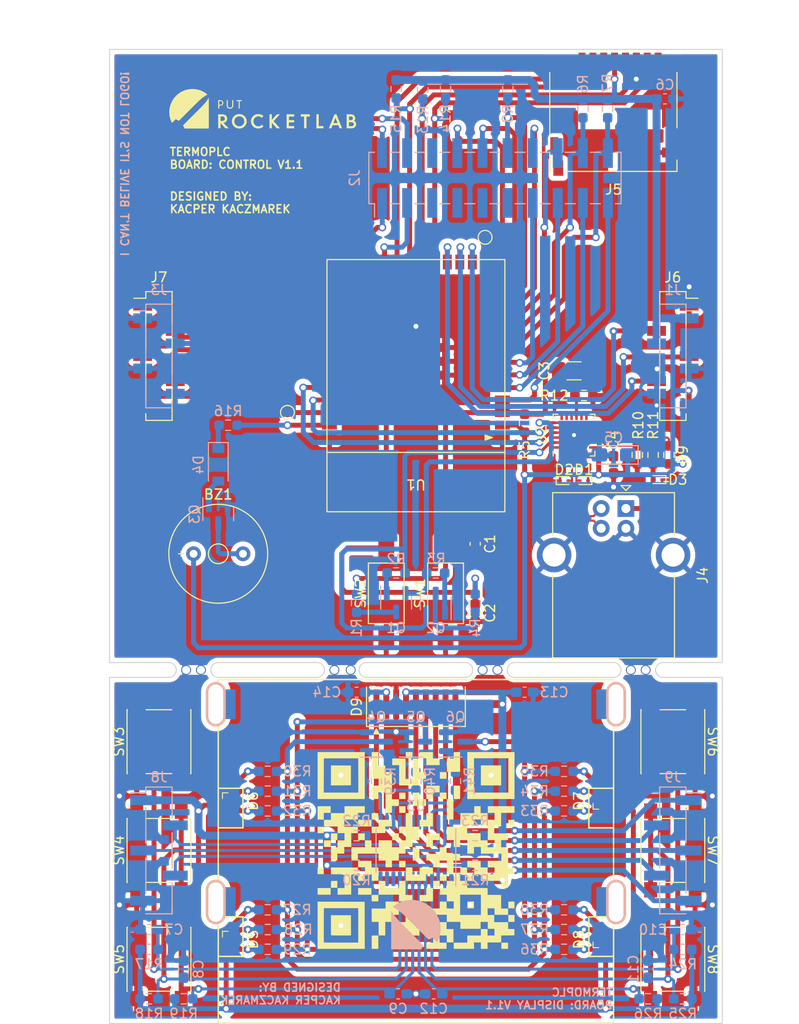
<source format=kicad_pcb>
(kicad_pcb (version 20211014) (generator pcbnew)
  (layers (0 "F.Cu" signal) (31 "B.Cu" signal) (34 "B.Paste" user) (35 "F.Paste" user) (36 "B.SilkS" user "B.Silkscreen") (37 "F.SilkS" user "F.Silkscreen") (38 "B.Mask" user) (39 "F.Mask" user) (44 "Edge.Cuts" user))
  (net 0 "")
  (net 1 "GND")
  (net 2 "BOOT")
  (net 3 "RST")
  (net 4 "+3V3")
  (net 5 "/Konwerter USB-UART/D-")
  (net 6 "/Konwerter USB-UART/D+")
  (net 7 "VBUS")
  (net 8 "Net-(D4-Pad1)")
  (net 9 "Net-(Q1-Pad1)")
  (net 10 "RTS")
  (net 11 "Net-(Q1-Pad3)")
  (net 12 "Net-(Q2-Pad1)")
  (net 13 "DTR")
  (net 14 "Net-(Q2-Pad3)")
  (net 15 "/DisplayBoard/SW1")
  (net 16 "Net-(BZ1-Pad2)")
  (net 17 "/DisplayBoard/SW4")
  (net 18 "/DisplayBoard/SW2")
  (net 19 "/DisplayBoard/SW5")
  (net 20 "/DisplayBoard/SW3")
  (net 21 "/DisplayBoard/SW6")
  (net 22 "SCLK")
  (net 23 "D_CS")
  (net 24 "Net-(D4-Pad2)")
  (net 25 "MOSI")
  (net 26 "MISO")
  (net 27 "IS1")
  (net 28 "IS2")
  (net 29 "CS1")
  (net 30 "IS3")
  (net 31 "CS2")
  (net 32 "IS4")
  (net 33 "CS0")
  (net 34 "D_RST")
  (net 38 "Net-(R12-Pad1)")
  (net 39 "D_DC")
  (net 40 "MOSI1")
  (net 41 "SCLK1")
  (net 42 "MISO1")
  (net 43 "RX0")
  (net 44 "TX0")
  (net 45 "A2")
  (net 46 "A1")
  (net 55 "D_DIN")
  (net 57 "D_CLK")
  (net 59 "CTRL1")
  (net 60 "CTRL2")
  (net 61 "CTRL3")
  (net 64 "CTRL4")
  (net 65 "INT")
  (net 66 "SDA")
  (net 67 "SCL")
  (net 68 "Net-(TP2-Pad1)")
  (net 69 "Net-(TP3-Pad1)")
  (net 74 "Net-(D8-Pad1)")
  (net 75 "Net-(D8-Pad2)")
  (net 76 "Net-(D8-Pad3)")
  (net 77 "Net-(Q4-Pad1)")
  (net 78 "/DisplayBoard/Display/LED_R")
  (net 79 "Net-(Q5-Pad1)")
  (net 80 "/DisplayBoard/Display/LED_G")
  (net 81 "Net-(Q6-Pad1)")
  (net 82 "/DisplayBoard/Display/LED_B")
  (net 83 "/DisplayBoard/BL_R")
  (net 84 "/DisplayBoard/BL_G")
  (net 85 "/DisplayBoard/BL_B")
  (net 86 "Net-(D6-Pad1)")
  (net 87 "Net-(D6-Pad2)")
  (net 88 "Net-(D6-Pad3)")
  (net 89 "Net-(D7-Pad3)")
  (net 90 "Net-(D7-Pad2)")
  (net 91 "Net-(D7-Pad1)")
  (net 96 "/DisplayBoard/D_RST_B")
  (net 97 "/DisplayBoard/D_CS_B")
  (net 98 "/DisplayBoard/D_DC_B")
  (net 99 "/DisplayBoard/D_DIN_B")
  (net 100 "/DisplayBoard/D_CLK_B")
  (net 101 "/DisplayBoard/SCL_B")
  (net 102 "/DisplayBoard/SDA_B")
  (net 103 "/DisplayBoard/INT_B")
  (net 104 "+3.3VA")
  (net 105 "Net-(C14-Pad2)")
  (net 106 "Net-(D5-Pad1)")
  (net 107 "Net-(D5-Pad2)")
  (net 108 "Net-(D5-Pad3)")
  (net 114 "Net-(R9-Pad2)")
  (net 115 "Net-(R10-Pad2)")
  (net 116 "Net-(R20-Pad2)")
  (net 117 "BUZ")
  (footprint "LED_SMD:LED_Lumex_SML-LX0404SIUPGUSB" (layer "F.Cu") (at 108.75 135 90)
    (fp_text reference "D7")
    (fp_text value "LED_RGBA")
  )
  (footprint "PUTRocketLab_other:Buzzer_fi10mm_P5mm" (layer "F.Cu") (at 70 110)
    (fp_text reference "BZ1")
    (fp_text value "Buzzer")
  )
  (footprint "TestPoint:TestPoint_Pad_D1.0mm" (layer "F.Cu") (at 77 95.7)
    (fp_text reference "TP2" hide)
    (fp_text value "SolderPoint" hide)
  )
  (footprint "Button_Switch_SMD:SW_SPST_PTS645" (layer "F.Cu") (at 116 129 -90)
    (fp_text reference "SW6")
    (fp_text value "SW_DIP_x01")
  )
  (footprint "Connector_Card:microSD_HC_Hirose_DM3D-SF" (layer "F.Cu") (at 109.98 65.55 180)
    (fp_text reference "J5")
    (fp_text value "Micro_SD_Card")
  )
  (footprint "Button_Switch_SMD:SW_SPST_FSMSM" (layer "F.Cu") (at 87 114 90)
    (fp_text reference "SW2")
    (fp_text value "SW_DIP_x01")
  )
  (footprint "Resistor_SMD:R_0603_1608Metric_Pad0.98x0.95mm_HandSolder" (layer "F.Cu") (at 114 100 90)
    (fp_text reference "R10")
    (fp_text value "22k")
  )
  (footprint "PutRocketLab_graphics:QR_code_never_gonna_give_you_up" (layer "F.Cu") (at 90 140)
    (fp_text reference "G***" hide)
    (fp_text value "QR_code_never_gonna_give_you_up" hide)
  )
  (footprint "Diode_SMD:D_SOD-923" (layer "F.Cu") (at 105 102.6)
    (fp_text reference "D2")
    (fp_text value "D_TVS")
  )
  (footprint "Package_DFN_QFN:QFN-24-1EP_4x4mm_P0.5mm_EP2.6x2.6mm" (layer "F.Cu") (at 106 98 90)
    (fp_text reference "U2")
    (fp_text value "CP2102N")
  )
  (footprint "Button_Switch_SMD:SW_SPST_PTS645" (layer "F.Cu") (at 116 151 -90)
    (fp_text reference "SW8")
    (fp_text value "SW_DIP_x01")
  )
  (footprint "Connector_PinSocket_2.54mm:PinSocket_1x05_P2.54mm_Vertical_SMD_Pin1Left" (layer "F.Cu") (at 64 90)
    (fp_text reference "J7")
    (fp_text value "Conn_01x05")
  )
  (footprint "Connector_PinSocket_2.54mm:PinSocket_1x05_P2.54mm_Vertical_SMD_Pin1Right" (layer "F.Cu") (at 116 90)
    (fp_text reference "J6")
    (fp_text value "Conn_01x05")
  )
  (footprint "Diode_SMD:D_SOD-923" (layer "F.Cu") (at 114.5 102.5 180)
    (fp_text reference "D3")
    (fp_text value "D_TVS")
  )
  (footprint "Resistor_SMD:R_0603_1608Metric_Pad0.98x0.95mm_HandSolder" (layer "F.Cu") (at 107 94)
    (fp_text reference "R12")
    (fp_text value "22k")
  )
  (footprint "Button_Switch_SMD:SW_SPST_PTS645" (layer "F.Cu") (at 116 140 -90)
    (fp_text reference "SW7")
    (fp_text value "SW_DIP_x01")
  )
  (footprint "Resistor_SMD:R_0603_1608Metric_Pad0.98x0.95mm_HandSolder" (layer "F.Cu") (at 115.6 100 90)
    (fp_text reference "R9")
    (fp_text value "22k")
  )
  (footprint "Resistor_SMD:R_0603_1608Metric_Pad0.98x0.95mm_HandSolder" (layer "F.Cu") (at 101 96.8 90)
    (fp_text reference "R5")
    (fp_text value "10k")
  )
  (footprint "TestPoint:TestPoint_Pad_D1.0mm" (layer "F.Cu") (at 97 78)
    (fp_text reference "TP3" hide)
    (fp_text value "SolderPoint")
  )
  (footprint "Capacitor_SMD:C_1206_3216Metric_Pad1.33x1.80mm_HandSolder" (layer "F.Cu") (at 106 91.5 180)
    (fp_text reference "C3")
    (fp_text value "1u")
  )
  (footprint "Button_Switch_SMD:SW_SPST_PTS645" (layer "F.Cu") (at 64 129 90)
    (fp_text reference "SW3")
    (fp_text value "SW_DIP_x01")
  )
  (footprint "LED_SMD:LED_Lumex_SML-LX0404SIUPGUSB" (layer "F.Cu") (at 108.75 149 90)
    (fp_text reference "D8")
    (fp_text value "LED_RGBA")
  )
  (footprint "PutRocketLab_graphics:PutRocketlab_logo_2_h4mm" (layer "F.Cu") (at 74.5 65)
    (fp_text reference "G1" hide)
    (fp_text value "PutRocketLab_logo_large" hide)
  )
  (footprint "Capacitor_SMD:C_0603_1608Metric_Pad1.08x0.95mm_HandSolder" (layer "F.Cu") (at 96 116 90)
    (fp_text reference "C2")
    (fp_text value "100n")
  )
  (footprint "Diode_SMD:D_SOD-923" (layer "F.Cu") (at 107 102.6 180)
    (fp_text reference "D1")
    (fp_text value "D_TVS")
  )
  (footprint "Button_Switch_SMD:SW_SPST_PTS645" (layer "F.Cu") (at 64 151 90)
    (fp_text reference "SW5")
    (fp_text value "SW_DIP_x01")
  )
  (footprint "Resistor_SMD:R_0603_1608Metric_Pad0.98x0.95mm_HandSolder" (layer "F.Cu") (at 112.4 100 -90)
    (fp_text reference "R11")
    (fp_text value "47k")
  )
  (footprint "LED_SMD:LED_Lumex_SML-LX0404SIUPGUSB" (layer "F.Cu") (at 71.25 135)
    (fp_text reference "D6")
    (fp_text value "LED_RGBA")
  )
  (footprint "PUTRocketLab_other:Raw_Nokia_5110_LCD" (layer "F.Cu") (at 90 122.7125)
    (fp_text reference "D9")
    (fp_text value "Nokia_5110_LCD")
  )
  (footprint "Button_Switch_SMD:SW_SPST_PTS645" (layer "F.Cu") (at 64 140 90)
    (fp_text reference "SW4")
    (fp_text value "SW_DIP_x01")
  )
  (footprint "PUTRocketLab_IC:ESP32-S3-WROOM-1" (layer "F.Cu") (at 90 90 180)
    (fp_text reference "U1")
    (fp_text value "ESP32-S3-WROOM-1")
  )
  (footprint "Connector_USB:USB_B_OST_USB-B1HSxx_Horizontal" (layer "F.Cu") (at 111.25 105.4225 -90)
    (fp_text reference "J4")
    (fp_text value "USB_B")
  )
  (footprint "LED_SMD:LED_Lumex_SML-LX0404SIUPGUSB" (layer "F.Cu") (at 71.25 149)
    (fp_text reference "D5")
    (fp_text value "LED_RGBA")
  )
  (footprint "Capacitor_SMD:C_0603_1608Metric_Pad1.08x0.95mm_HandSolder" (layer "F.Cu") (at 96 109 90)
    (fp_text reference "C1")
    (fp_text value "100n")
  )
  (footprint "Button_Switch_SMD:SW_SPST_FSMSM" (layer "F.Cu") (at 93 114 90)
    (fp_text reference "SW1")
    (fp_text value "SW_DIP_x01")
  )
  (footprint "Capacitor_SMD:C_0603_1608Metric_Pad1.08x0.95mm_HandSolder" (layer "F.Cu") (at 110 101 90)
    (fp_text reference "C4")
    (fp_text value "100n")
  )
  (footprint "Resistor_SMD:R_0603_1608Metric_Pad0.98x0.95mm_HandSolder" (layer "B.Cu") (at 105 136 180)
    (fp_text reference "R33")
    (fp_text value "1k")
  )
  (footprint "Resistor_SMD:R_0603_1608Metric_Pad0.98x0.95mm_HandSolder" (layer "B.Cu") (at 75 132)
    (fp_text reference "R30")
    (fp_text value "1k")
  )
  (footprint "Resistor_SMD:R_0603_1608Metric_Pad0.98x0.95mm_HandSolder" (layer "B.Cu") (at 117 150 180)
    (fp_text reference "R24")
    (fp_text value "10k")
  )
  (footprint "Resistor_SMD:R_0603_1608Metric_Pad0.98x0.95mm_HandSolder" (layer "B.Cu") (at 90 133 90)
    (fp_text reference "R40")
    (fp_text value "1k")
  )
  (footprint "Connector_PinSocket_2.54mm:PinSocket_2x10_P2.54mm_Vertical_SMD" (layer "B.Cu") (at 98 72 -90)
    (fp_text reference "J2")
    (fp_text value "Conn_02x10_Odd_Even")
  )
  (footprint "Connector_PinHeader_2.54mm:PinHeader_1x05_P2.54mm_Vertical_SMD_Pin1Left" (layer "B.Cu") (at 116 140 180)
    (fp_text reference "J9")
    (fp_text value "Conn_01x05")
  )
  (footprint "Resistor_SMD:R_0603_1608Metric_Pad0.98x0.95mm_HandSolder" (layer "B.Cu") (at 105 148 180)
    (fp_text reference "R37")
    (fp_text value "1k")
  )
  (footprint "Resistor_SMD:R_0603_1608Metric_Pad0.98x0.95mm_HandSolder" (layer "B.Cu") (at 113.5 155 180)
    (fp_text reference "R26")
    (fp_text value "10k")
  )
  (footprint "Package_TO_SOT_SMD:SOT-23" (layer "B.Cu") (at 86 129)
    (fp_text reference "Q4")
    (fp_text value "BC817")
  )
  (footprint "Connector_PinHeader_2.54mm:PinHeader_1x05_P2.54mm_Vertical_SMD_Pin1Right" (layer "B.Cu") (at 64 140 180)
    (fp_text reference "J8")
    (fp_text value "Conn_01x05")
  )
  (footprint "Resistor_SMD:R_0603_1608Metric_Pad0.98x0.95mm_HandSolder" (layer "B.Cu") (at 96 115 90)
    (fp_text reference "R4")
    (fp_text value "0R")
  )
  (footprint "Resistor_SMD:R_0603_1608Metric_Pad0.98x0.95mm_HandSolder" (layer "B.Cu") (at 84 115 90)
    (fp_text reference "R1")
    (fp_text value "0R")
  )
  (footprint "Capacitor_SMD:C_0603_1608Metric_Pad1.08x0.95mm_HandSolder" (layer "B.Cu") (at 113.5 152 -90)
    (fp_text reference "C11")
    (fp_text value "100n")
  )
  (footprint "Resistor_SMD:R_0603_1608Metric_Pad0.98x0.95mm_HandSolder" (layer "B.Cu") (at 75 136)
    (fp_text reference "R32")
    (fp_text value "1k")
  )
  (footprint "Resistor_SMD:R_0603_1608Metric_Pad0.98x0.95mm_HandSolder" (layer "B.Cu") (at 117 155 180)
    (fp_text reference "R25")
    (fp_text value "10k")
  )
  (footprint "Resistor_SMD:R_0603_1608Metric_Pad0.98x0.95mm_HandSolder" (layer "B.Cu") (at 92 111.9375)
    (fp_text reference "R3")
    (fp_text value "10k")
  )
  (footprint "Resistor_SMD:R_0603_1608Metric_Pad0.98x0.95mm_HandSolder" (layer "B.Cu") (at 105 134 180)
    (fp_text reference "R34")
    (fp_text value "1k")
  )
  (footprint "Resistor_SMD:R_0603_1608Metric_Pad0.98x0.95mm_HandSolder" (layer "B.Cu") (at 88 63 -90)
    (fp_text reference "R15")
    (fp_text value "10k")
  )
  (footprint "Connector_PinSocket_2.54mm:PinSocket_1x04_P2.54mm_Vertical_SMD_Pin1Right" (layer "B.Cu") (at 64 90 180)
    (fp_text reference "J3")
    (fp_text value "Conn_01x04")
  )
  (footprint "Resistor_SMD:R_0603_1608Metric_Pad0.98x0.95mm_HandSolder" (layer "B.Cu") (at 105 132 180)
    (fp_text reference "R35")
    (fp_text value "1k")
  )
  (footprint "Resistor_SMD:R_0603_1608Metric_Pad0.98x0.95mm_HandSolder" (layer "B.Cu") (at 84 141.5)
    (fp_text reference "R20")
    (fp_text value "10k")
  )
  (footprint "Resistor_SMD:R_0603_1608Metric_Pad0.98x0.95mm_HandSolder" (layer "B.Cu") (at 96 138.5 180)
    (fp_text reference "R23")
    (fp_text value "10k")
  )
  (footprint "Connector_PinSocket_2.54mm:PinSocket_1x04_P2.54mm_Vertical_SMD_Pin1Left" (layer "B.Cu") (at 116 90 180)
    (fp_text reference "J1")
    (fp_text value "Conn_01x04")
  )
  (footprint "Resistor_SMD:R_0603_1608Metric_Pad0.98x0.95mm_HandSolder" (layer "B.Cu") (at 105 150 180)
    (fp_text reference "R36")
    (fp_text value "1k")
  )
  (footprint "Package_TO_SOT_SMD:SOT-23" (layer "B.Cu") (at 88 114.9375 -90)
    (fp_text reference "Q1")
    (fp_text value "BC817")
  )
  (footprint "Resistor_SMD:R_0603_1608Metric_Pad0.98x0.95mm_HandSolder" (layer "B.Cu") (at 105 146 180)
    (fp_text reference "R38")
    (fp_text value "1k")
  )
  (footprint "Resistor_SMD:R_0603_1608Metric_Pad0.98x0.95mm_HandSolder" (layer "B.Cu") (at 99.3 63 -90)
    (fp_text reference "R8")
    (fp_text value "10k")
  )
  (footprint "PutRocketLab_graphics:PutRocketlab_logo_1_5x5mm" (layer "B.Cu") (at 90 147.5 180)
    (fp_text reference "G2" hide)
    (fp_text value "PutRocketLab_logo_small" hide)
  )
  (footprint "Resistor_SMD:R_0603_1608Metric_Pad0.98x0.95mm_HandSolder" (layer "B.Cu") (at 94 133 90)
    (fp_text reference "R41")
    (fp_text value "1k")
  )
  (footprint "Package_TO_SOT_SMD:SOT-23" (layer "B.Cu") (at 70 106 -90)
    (fp_text reference "Q3")
    (fp_text value "BC817")
  )
  (footprint "Package_TO_SOT_SMD:SOT-23" (layer "B.Cu") (at 92 115 90)
    (fp_text reference "Q2")
    (fp_text value "BC817")
  )
  (footprint "Capacitor_SMD:C_0603_1608Metric_Pad1.08x0.95mm_HandSolder" (layer "B.Cu") (at 84 124)
    (fp_text reference "C14")
    (fp_text value "100n")
  )
  (footprint "Capacitor_SMD:C_0603_1608Metric_Pad1.08x0.95mm_HandSolder" (layer "B.Cu") (at 88.2 154.5 180)
    (fp_text reference "C9")
    (fp_text value "100n")
  )
  (footprint "Resistor_SMD:R_0603_1608Metric_Pad0.98x0.95mm_HandSolder" (layer "B.Cu") (at 75 134)
    (fp_text reference "R31")
    (fp_text value "1k")
  )
  (footprint "Capacitor_SMD:C_0603_1608Metric_Pad1.08x0.95mm_HandSolder" (layer "B.Cu") (at 91.8 154.5)
    (fp_text reference "C12")
    (fp_text value "100n")
  )
  (footprint "Package_SO:TSSOP-24_4.4x7.8mm_P0.65mm" (layer "B.Cu") (at 90 140 90)
    (fp_text reference "U3")
    (fp_text value "PCA9539")
  )
  (footprint "Resistor_SMD:R_0603_1608Metric_Pad0.98x0.95mm_HandSolder" (layer "B.Cu") (at 93 63 -90)
    (fp_text reference "R14")
    (fp_text value "10k")
  )
  (footprint "Resistor_SMD:R_0603_1608Metric_Pad0.98x0.95mm_HandSolder" (layer "B.Cu") (at 86 133 90)
    (fp_text reference "R39")
    (fp_text value "1k")
  )
  (footprint "Resistor_SMD:R_0603_1608Metric_Pad0.98x0.95mm_HandSolder" (layer "B.Cu") (at 106.9 65 -90)
    (fp_text reference "R6")
    (fp_text value "10k")
  )
  (footprint "Resistor_SMD:R_0603_1608Metric_Pad0.98x0.95mm_HandSolder" (layer "B.Cu") (at 109.4 65 -90)
    (fp_text reference "R7")
    (fp_text value "10k")
  )
  (footprint "Capacitor_SMD:C_0603_1608Metric_Pad1.08x0.95mm_HandSolder" (layer "B.Cu") (at 101 124 180)
    (fp_text reference "C13")
    (fp_text value "100n")
  )
  (footprint "Resistor_SMD:R_0603_1608Metric_Pad0.98x0.95mm_HandSolder" (layer "B.Cu") (at 75 146)
    (fp_text reference "R27")
    (fp_text value "1k")
  )
  (footprint "Resistor_SMD:R_0603_1608Metric_Pad0.98x0.95mm_HandSolder" (layer "B.Cu") (at 88 111.9375 180)
    (fp_text reference "R2")
    (fp_text value "10k")
  )
  (footprint "Capacitor_SMD:C_0603_1608Metric_Pad1.08x0.95mm_HandSolder" (layer "B.Cu") (at 63 148)
    (fp_text reference "C7")
    (fp_text value "100n")
  )
  (footprint "Resistor_SMD:R_0603_1608Metric_Pad0.98x0.95mm_HandSolder" (layer "B.Cu") (at 75 148)
    (fp_text reference "R28")
    (fp_text value "1k")
  )
  (footprint "Resistor_SMD:R_0603_1608Metric_Pad0.98x0.95mm_HandSolder" (layer "B.Cu") (at 71 97 180)
    (fp_text reference "R16")
    (fp_text value "1k")
  )
  (footprint "Resistor_SMD:R_0603_1608Metric_Pad0.98x0.95mm_HandSolder" (layer "B.Cu") (at 90.7 63.1 -90)
    (fp_text reference "R13")
    (fp_text value "10k")
  )
  (footprint "Resistor_SMD:R_0603_1608Metric_Pad0.98x0.95mm_HandSolder" (layer "B.Cu") (at 63 150)
    (fp_text reference "R17")
    (fp_text value "10k")
  )
  (footprint "Resistor_SMD:R_0603_1608Metric_Pad0.98x0.95mm_HandSolder" (layer "B.Cu") (at 75 150)
    (fp_text reference "R29")
    (fp_text value "1k")
  )
  (footprint "Capacitor_SMD:C_0603_1608Metric_Pad1.08x0.95mm_HandSolder" (layer "B.Cu") (at 115.2 64 180)
    (fp_text reference "C6")
    (fp_text value "100n")
  )
  (footprint "Diode_SMD:D_SOD-123" (layer "B.Cu") (at 70 101 -90)
    (fp_text reference "D4")
    (fp_text value "2V")
  )
  (footprint "Package_TO_SOT_SMD:SOT-23" (layer "B.Cu") (at 94 129)
    (fp_text reference "Q6")
    (fp_text value "BC817")
  )
  (footprint "Capacitor_Tantalum_SMD:CP_EIA-3216-18_Kemet-A_Pad1.58x1.35mm_HandSolder" (layer "B.Cu") (at 110 100 180)
    (fp_text reference "C5")
    (fp_text value "4u7")
  )
  (footprint "Package_TO_SOT_SMD:SOT-23" (layer "B.Cu") (at 90 129)
    (fp_text reference "Q5")
    (fp_text value "BC817")
  )
  (footprint "Capacitor_SMD:C_0603_1608Metric_Pad1.08x0.95mm_HandSolder" (layer "B.Cu") (at 66.5 152 -90)
    (fp_text reference "C8")
    (fp_text value "100n")
  )
  (footprint "Resistor_SMD:R_0603_1608Metric_Pad0.98x0.95mm_HandSolder" (layer "B.Cu") (at 96 141.5 180)
    (fp_text reference "R21")
    (fp_text value "10k")
  )
  (footprint "Resistor_SMD:R_0603_1608Metric_Pad0.98x0.95mm_HandSolder" (layer "B.Cu") (at 63 155)
    (fp_text reference "R18")
    (fp_text value "10k")
  )
  (footprint "Resistor_SMD:R_0603_1608Metric_Pad0.98x0.95mm_HandSolder" (layer "B.Cu") (at 66.5 155)
    (fp_text reference "R19")
    (fp_text value "10k")
  )
  (footprint "Capacitor_SMD:C_0603_1608Metric_Pad1.08x0.95mm_HandSolder" (layer "B.Cu") (at 117 148 180)
    (fp_text reference "C10")
    (fp_text value "100n")
  )
  (footprint "Resistor_SMD:R_0603_1608Metric_Pad0.98x0.95mm_HandSolder" (layer "B.Cu") (at 84 138.5)
    (fp_text reference "R22")
    (fp_text value "10k")
  )
  (gr_line (start 59 59) (end 121 59) (layer "Edge.Cuts") (width 0.1))
  (gr_line (start 100 121) (end 110 121) (layer "Edge.Cuts") (width 0.1))
  (gr_line (start 121 121) (end 115 121) (layer "Edge.Cuts") (width 0.1))
  (gr_line (start 115 122.5) (end 121 122.5) (layer "Edge.Cuts") (width 0.1))
  (gr_line (start 59 157.5) (end 59 122.5) (layer "Edge.Cuts") (width 0.1))
  (gr_arc (start 100 122.5) (mid 99.25 121.75) (end 100 121) (layer "Edge.Cuts") (width 0.1))
  (gr_line (start 59 121) (end 59 59) (layer "Edge.Cuts") (width 0.1))
  (gr_line (start 65 121) (end 59 121) (layer "Edge.Cuts") (width 0.1))
  (gr_line (start 85 121) (end 95 121) (layer "Edge.Cuts") (width 0.1))
  (gr_line (start 80 122.5) (end 70 122.5) (layer "Edge.Cuts") (width 0.1))
  (gr_line (start 70 121) (end 80 121) (layer "Edge.Cuts") (width 0.1))
  (gr_line (start 121 59) (end 121 121) (layer "Edge.Cuts") (width 0.1))
  (gr_arc (start 85 122.5) (mid 84.25 121.75) (end 85 121) (layer "Edge.Cuts") (width 0.1))
  (gr_arc (start 65 121) (mid 65.75 121.75) (end 65 122.5) (layer "Edge.Cuts") (width 0.1))
  (gr_arc (start 95 121) (mid 95.75 121.75) (end 95 122.5) (layer "Edge.Cuts") (width 0.1))
  (gr_line (start 95 122.5) (end 85 122.5) (layer "Edge.Cuts") (width 0.1))
  (gr_arc (start 70 122.5) (mid 69.25 121.75) (end 70 121) (layer "Edge.Cuts") (width 0.1))
  (gr_line (start 121 122.5) (end 121 157.5) (layer "Edge.Cuts") (width 0.1))
  (gr_arc (start 80 121) (mid 80.75 121.75) (end 80 122.5) (layer "Edge.Cuts") (width 0.1))
  (gr_line (start 59 122.5) (end 65 122.5) (layer "Edge.Cuts") (width 0.1))
  (gr_line (start 110 122.5) (end 100 122.5) (layer "Edge.Cuts") (width 0.1))
  (gr_arc (start 115 122.5) (mid 114.25 121.75) (end 115 121) (layer "Edge.Cuts") (width 0.1))
  (gr_line (start 121 157.5) (end 59 157.5) (layer "Edge.Cuts") (width 0.1))
  (gr_arc (start 110 121) (mid 110.75 121.75) (end 110 122.5) (layer "Edge.Cuts") (width 0.1))
  (gr_text "TERMOPLC\nBOARD: DISPLAY V1.1" (at 110 155) (layer "B.SilkS") (effects (font (size 0.8 0.8) (thickness 0.16)) (justify left mirror)))
  (gr_text "I CAN'T BELIVE IT'S NOT LOGO! " (at 60.5 80 -90) (layer "B.SilkS") (effects (font (size 0.8 0.8) (thickness 0.16)) (justify left mirror)))
  (gr_text "DESIGNED BY:\nKACPER KACZMAREK" (at 82.5 154.5) (layer "B.SilkS") (effects (font (size 0.8 0.8) (thickness 0.16)) (justify left mirror)))
  (gr_text "TERMOPLC\nBOARD: CONTROL V1.1" (at 65 70) (layer "F.SilkS") (effects (font (size 0.8 0.8) (thickness 0.16)) (justify left)))
  (gr_text "DESIGNED BY:\nKACPER KACZMAREK" (at 65 74.5) (layer "F.SilkS") (effects (font (size 0.8 0.8) (thickness 0.16)) (justify left)))
  (segment (start 105.25 98.75) (end 106 98) (width 0.2) (layer "F.Cu") (net 1))
  (segment (start 88 123.4) (end 88.2 123.2) (width 0.3) (layer "F.Cu") (net 1))
  (segment (start 88.2 123.2) (end 83.7 123.2) (width 0.3) (layer "F.Cu") (net 1))
  (segment (start 105.25 99.9375) (end 105.25 100.75) (width 0.2) (layer "F.Cu") (net 1))
  (segment (start 88 125.2125) (end 88 123.4) (width 0.3) (layer "F.Cu") (net 1))
  (segment (start 112.3 62) (end 112.305 61.995) (width 0.5) (layer "F.Cu") (net 1))
  (segment (start 105.25 99.9375) (end 105.25 98.75) (width 0.2) (layer "F.Cu") (net 1))
  (segment (start 112.305 61.995) (end 112.305 60.2) (width 0.5) (layer "F.Cu") (net 1))
  (segment (start 88.2 123.2) (end 96.6 123.2) (width 0.3) (layer "F.Cu") (net 1))
  (segment (start 105.05 100.95) (end 104.9 101.1) (width 0.2) (layer "F.Cu") (net 1))
  (segment (start 105.25 100.75) (end 105.05 100.95) (width 0.2) (layer "F.Cu") (net 1))
  (via (at 97.6 132.4) (size 0.8) (drill 0.5) (layers "F.Cu" "B.Cu") (net 1))
  (via (at 117.65 83) (size 0.8) (drill 0.5) (layers "F.Cu" "B.Cu") (net 1))
  (via (at 114.35 95) (size 0.8) (drill 0.4) (layers "F.Cu" "B.Cu") (net 1))
  (via (at 68.25 121.75) (size 1) (drill 0.8) (layers "F.Cu" "B.Cu") (net 1))
  (via (at 83.4 121.75) (size 1) (drill 0.8) (layers "F.Cu" "B.Cu") (net 1))
  (via (at 60 145.5) (size 0.8) (drill 0.5) (layers "F.Cu" "B.Cu") (net 1))
  (via (at 110 103.25) (size 0.8) (drill 0.5) (layers "F.Cu" "B.Cu") (net 1))
  (via (at 111.75 121.75) (size 1) (drill 0.8) (layers "F.Cu" "B.Cu") (net 1))
  (via (at 81.75 121.75) (size 1) (drill 0.8) (layers "F.Cu" "B.Cu") (net 1))
  (via (at 96.75 121.75) (size 1) (drill 0.8) (layers "F.Cu" "B.Cu") (net 1))
  (via (at 120 145.5) (size 0.8) (drill 0.5) (layers "F.Cu" "B.Cu") (net 1))
  (via (at 113.25 121.75) (size 1) (drill 0.8) (layers "F.Cu" "B.Cu") (net 1))
  (via (at 82.4 147.6) (size 0.8) (drill 0.5) (layers "F.Cu" "B.Cu") (net 1))
  (via (at 90 87) (size 0.8) (drill 0.5) (layers "F.Cu" "B.Cu") (net 1))
  (via (at 90 154.5) (size 0.8) (drill 0.5) (layers "F.Cu" "B.Cu") (net 1))
  (via (at 88 128) (size 0.8) (drill 0.5) (layers "F.Cu" "B.Cu") (net 1))
  (via (at 106 98) (size 0.8) (drill 0.4) (layers "F.Cu" "B.Cu") (net 1))
  (via (at 95.5 145.5) (size 0.8) (drill 0.5) (layers "F.Cu" "B.Cu") (net 1))
  (via (at 60 134.5) (size 0.8) (drill 0.5) (layers "F.Cu" "B.Cu") (net 1))
  (via (at 114.4 91.3) (size 0.8) (drill 0.5) (layers "F.Cu" "B.Cu") (net 1))
  (via (at 120 134.5) (size 0.8) (drill 0.5) (layers "F.Cu" "B.Cu") (net 1))
  (via (at 98.25 121.75) (size 1) (drill 0.8) (layers "F.Cu" "B.Cu") (net 1))
  (via (at 82.4 132.4) (size 0.8) (drill 0.5) (layers "F.Cu" "B.Cu") (net 1))
  (via (at 66.75 121.75) (size 1) (drill 0.8) (layers "F.Cu" "B.Cu") (net 1))
  (via (at 112.3 62) (size 0.8) (drill 0.5) (layers "F.Cu" "B.Cu") (net 1))
  (segment (start 91.625 137.1375) (end 91.625 136.175) (width 0.3) (layer "B.Cu") (net 1))
  (segment (start 91.9 135.9) (end 97.3 135.9) (width 0.3) (layer "B.Cu") (net 1))
  (segment (start 66.6 121.75) (end 66.6 122.65) (width 0.5) (layer "B.Cu") (net 1))
  (segment (start 83.4 121.75) (end 83.4 120.85) (width 0.5) (layer "B.Cu") (net 1))
  (segment (start 91.625 136.175) (end 91.9 135.9) (width 0.3) (layer "B.Cu") (net 1))
  (segment (start 66.6 120.65) (end 66.75 120.5) (width 0.5) (layer "B.Cu") (net 1))
  (segment (start 113.25 121.75) (end 113.25 120.75) (width 0.5) (layer "B.Cu") (net 1))
  (segment (start 92.925 145.225) (end 93.2 145.5) (width 0.3) (layer "B.Cu") (net 1))
  (segment (start 66.6 122.65) (end 66.5 122.75) (width 0.5) (layer "B.Cu") (net 1))
  (segment (start 92.925 142.8625) (end 92.925 145.225) (width 0.3) (layer "B.Cu") (net 1))
  (segment (start 96.75 121.75) (end 96.75 121) (width 0.5) (layer "B.Cu") (net 1))
  (segment (start 98.25 121.75) (end 98.25 121) (width 0.5) (layer "B.Cu") (net 1))
  (segment (start 83.4 120.85) (end 83.5 120.75) (width 0.5) (layer "B.Cu") (net 1))
  (segment (start 81.75 121.75) (end 81.75 120.75) (width 0.5) (layer "B.Cu") (net 1))
  (segment (start 88.8625 154.5) (end 91.1375 154.5) (width 0.3) (layer "B.Cu") (net 1))
  (segment (start 66.6 121.75) (end 66.6 120.65) (width 0.5) (layer "B.Cu") (net 1))
  (segment (start 93.2 145.5) (end 95.5 145.5) (width 0.3) (layer "B.Cu") (net 1))
  (segment (start 68.25 121.75) (end 68.25 120.75) (width 0.5) (layer "B.Cu") (net 1))
  (segment (start 111.75 121.75) (end 111.75 120.75) (width 0.5) (layer "B.Cu") (net 1))
  (segment (start 103.1 91.8) (end 103.4 91.5) (width 0.5) (layer "F.Cu") (net 2))
  (segment (start 93 112) (end 93 109.41) (width 0.5) (layer "F.Cu") (net 2))
  (segment (start 93 108.3) (end 93 96.6) (width 0.5) (layer "F.Cu") (net 2))
  (segment (start 93.88 95.72) (end 98.75 95.72) (width 0.5) (layer "F.Cu") (net 2))
  (segment (start 93.1625 108.1375) (end 93 108.3) (width 0.5) (layer "F.Cu") (net 2))
  (segment (start 96 108.1375) (end 93.1625 108.1375) (width 0.5) (layer "F.Cu") (net 2))
  (segment (start 100.8325 95.72) (end 101 95.8875) (width 0.5) (layer "F.Cu") (net 2))
  (segment (start 84 112.5) (end 92.5 112.5) (width 0.5) (layer "F.Cu") (net 2))
  (segment (start 93 96.6) (end 93.88 95.72) (width 0.5) (layer "F.Cu") (net 2))
  (segment (start 102.8125 95.8875) (end 103.1 95.6) (width 0.5) (layer "F.Cu") (net 2))
  (segment (start 103.4 91.5) (end 104.4375 91.5) (width 0.5) (layer "F.Cu") (net 2))
  (segment (start 93 109.41) (end 93 108.3) (width 0.5) (layer "F.Cu") (net 2))
  (segment (start 101 95.8875) (end 102.8125 95.8875) (width 0.5) (layer "F.Cu") (net 2))
  (segment (start 98.75 95.72) (end 100.8325 95.72) (width 0.5) (layer "F.Cu") (net 2))
  (segment (start 92.5 112.5) (end 93 112) (width 0.5) (layer "F.Cu") (net 2))
  (segment (start 103.1 95.6) (end 103.1 91.8) (width 0.5) (layer "F.Cu") (net 2))
  (via (at 84 112.5) (size 0.8) (drill 0.5) (layers "F.Cu" "B.Cu") (net 2))
  (segment (start 84 114.0875) (end 84 112.5) (width 0.5) (layer "B.Cu") (net 2))
  (segment (start 86.45 81.75) (end 81.25 81.75) (width 0.5) (layer "F.Cu") (net 3))
  (segment (start 87 82.3) (end 86.45 81.75) (width 0.5) (layer "F.Cu") (net 3))
  (segment (start 82.5 113.5) (end 82.5 110) (width 0.5) (layer "F.Cu") (net 3))
  (segment (start 83.09 109.41) (end 87 109.41) (width 0.5) (layer "F.Cu") (net 3))
  (segment (start 96 112.5) (end 96 113.9) (width 0.5) (layer "F.Cu") (net 3))
  (segment (start 82.5 110) (end 83.09 109.41) (width 0.5) (layer "F.Cu") (net 3))
  (segment (start 82.9 113.9) (end 82.5 113.5) (width 0.5) (layer "F.Cu") (net 3))
  (segment (start 96 115.1375) (end 96 112.5) (width 0.5) (layer "F.Cu") (net 3))
  (segment (start 87 109.41) (end 87 82.3) (width 0.5) (layer "F.Cu") (net 3))
  (segment (start 96 113.9) (end 82.9 113.9) (width 0.5) (layer "F.Cu") (net 3))
  (via (at 96 112.5) (size 0.8) (drill 0.5) (layers "F.Cu" "B.Cu") (net 3))
  (segment (start 96 114.0875) (end 96 112.5) (width 0.5) (layer "B.Cu") (net 3))
  (segment (start 115.6 100.9125) (end 116.9875 100.9125) (width 0.5) (layer "F.Cu") (net 4))
  (segment (start 110.105 60.2) (end 110.105 61.995) (width 0.5) (layer "F.Cu") (net 4))
  (segment (start 109.9625 100.1) (end 110 100.1375) (width 0.5) (layer "F.Cu") (net 4))
  (segment (start 110.105 61.995) (end 110.1 62) (width 0.5) (layer "F.Cu") (net 4))
  (segment (start 108.5 102) (end 108.5 100.1) (width 0.5) (layer "F.Cu") (net 4))
  (segment (start 117.65 93.55) (end 117.6 93.5) (width 0.5) (layer "F.Cu") (net 4))
  (segment (start 117.65 95.08) (end 117.65 93.55) (width 0.5) (layer "F.Cu") (net 4))
  (segment (start 98.75 96.99) (end 100.2775 96.99) (width 0.5) (layer "F.Cu") (net 4))
  (segment (start 106.9 100.1) (end 108.5 100.1) (width 0.5) (layer "F.Cu") (net 4))
  (segment (start 116.9875 100.9125) (end 117 100.9) (width 0.5) (layer "F.Cu") (net 4))
  (segment (start 108.5 100.1) (end 109.9625 100.1) (width 0.5) (layer "F.Cu") (net 4))
  (segment (start 100.2775 96.99) (end 101 97.7125) (width 0.5) (layer "F.Cu") (net 4))
  (segment (start 101 97.7125) (end 101 102) (width 0.5) (layer "F.Cu") (net 4))
  (via (at 117 100.9) (size 0.8) (drill 0.5) (layers "F.Cu" "B.Cu") (net 4))
  (via (at 101 102) (size 0.8) (drill 0.5) (layers "F.Cu" "B.Cu") (net 4))
  (via (at 117.6 93.5) (size 0.8) (drill 0.4) (layers "F.Cu" "B.Cu") (net 4))
  (via (at 108.5 102) (size 0.8) (drill 0.5) (layers "F.Cu" "B.Cu") (net 4))
  (via (at 110.1 62) (size 0.8) (drill 0.5) (layers "F.Cu" "B.Cu") (net 4))
  (segment (start 114.35 86.85) (end 114.35 84.9) (width 0.8) (layer "B.Cu") (net 4))
  (segment (start 116 101.5) (end 115.5 102) (width 0.5) (layer "B.Cu") (net 4))
  (segment (start 67.5 110) (end 67.5 119) (width 0.5) (layer "B.Cu") (net 4))
  (segment (start 114.3375 64) (end 110.2 64) (width 0.8) (layer "B.Cu") (net 4))
  (segment (start 114.35 86.4) (end 114.56 86.19) (width 0.8) (layer "B.Cu") (net 4))
  (segment (start 68 119.5) (end 100.6 119.5) (width 0.5) (layer "B.Cu") (net 4))
  (segment (start 93 62.0875) (end 88 62.0875) (width 0.8) (layer "B.Cu") (net 4))
  (segment (start 114.35 86.85) (end 114.35 86.4) (width 0.8) (layer "B.Cu") (net 4))
  (segment (start 116.1 100.9) (end 116 101) (width 0.5) (layer "B.Cu") (net 4))
  (segment (start 115.5 102) (end 111.4 102) (width 0.5) (layer "B.Cu") (net 4))
  (segment (start 116 93.3) (end 116 93.6) (width 0.5) (layer "B.Cu") (net 4))
  (segment (start 116.41 86.19) (end 117.65 86.19) (width 0.8) (layer "B.Cu") (net 4))
  (segment (start 114.35 84.9) (end 114.35 64.0125) (width 0.8) (layer "B.Cu") (net 4))
  (segment (start 116.1 93.5) (end 116 93.6) (width 0.5) (layer "B.Cu") (net 4))
  (segment (start 117.6 93.5) (end 116.1 93.5) (width 0.5) (layer "B.Cu") (net 4))
  (segment (start 111.4 102) (end 108.5 102) (width 0.5) (layer "B.Cu") (net 4))
  (segment (start 100.6 119.5) (end 101 119.1) (width 0.5) (layer "B.Cu") (net 4))
  (segment (start 102 63.6) (end 102 62.6) (width 0.8) (layer "B.Cu") (net 4))
  (segment (start 114.35 88.73) (end 114.35 86.85) (width 0.8) (layer "B.Cu") (net 4))
  (segment (start 116 101) (end 116 101.5) (width 0.5) (layer "B.Cu") (net 4))
  (segment (start 117 100.9) (end 116.1 100.9) (width 0.5) (layer "B.Cu") (net 4))
  (segment (start 67.5 119) (end 68 119.5) (width 0.5) (layer "B.Cu") (net 4))
  (segment (start 110.1 63.9) (end 110.2 64) (width 0.5) (layer "B.Cu") (net 4))
  (segment (start 111.4375 100) (end 111.4375 101.9625) (width 0.5) (layer "B.Cu") (net 4))
  (segment (start 116.41 86.19) (end 116 86.19) (width 0.5) (layer "B.Cu") (net 4))
  (segment (start 116 93.6) (end 116 101) (width 0.5) (layer "B.Cu") (net 4))
  (segment (start 116 86.19) (end 116 93.3) (width 0.5) (layer "B.Cu") (net 4))
  (segment (start 110.1 62) (end 110.1 63.9) (width 0.5) (layer "B.Cu") (net 4))
  (segment (start 102.4 64) (end 102 63.6) (width 0.8) (layer "B.Cu") (net 4))
  (segment (start 102 62.6) (end 101.4875 62.0875) (width 0.8) (layer "B.Cu") (net 4))
  (segment (start 114.35 64.0125) (end 114.3375 64) (width 0.8) (layer "B.Cu") (net 4))
  (segment (start 101 119.1) (end 101 102) (width 0.5) (layer "B.Cu") (net 4))
  (segment (start 114.56 86.19) (end 116.41 86.19) (width 0.8) (layer "B.Cu") (net 4))
  (segment (start 101.4875 62.0875) (end 99.3 62.0875) (width 0.8) (layer "B.Cu") (net 4))
  (segment (start 101 102) (end 108.5 102) (width 0.5) (layer "B.Cu") (net 4))
  (segment (start 99.3 62.0875) (end 93 62.0875) (width 0.8) (layer "B.Cu") (net 4))
  (segment (start 111.4375 101.9625) (end 111.4 102) (width 0.5) (layer "B.Cu") (net 4))
  (segment (start 110.2 64) (end 102.4 64) (width 0.8) (layer "B.Cu") (net 4))
  (segment (start 108.75 105.4225) (end 107.975001 106.197499) (width 0.2) (layer "F.Cu") (net 5))
  (segment (start 106.27866 102.6) (end 106.23933 102.63933) (width 0.2) (layer "F.Cu") (net 5))
  (segment (start 106.23933 102.63933) (end 106.23933 99.839026) (width 0.2) (layer "F.Cu") (net 5))
  (segment (start 106.23933 105.32113) (end 106.23933 102.63933) (width 0.2) (layer "F.Cu") (net 5))
  (segment (start 107.115699 106.197499) (end 106.23933 105.32113) (width 0.2) (layer "F.Cu") (net 5))
  (segment (start 106.58 102.6) (end 106.27866 102.6) (width 0.2) (layer "F.Cu") (net 5))
  (segment (start 107.975001 106.197499) (end 107.115699 106.197499) (width 0.2) (layer "F.Cu") (net 5))
  (segment (start 105.78933 105.50753) (end 105.78933 102.58933) (width 0.2) (layer "F.Cu") (net 6))
  (segment (start 107.975001 106.647501) (end 106.929301 106.647501) (width 0.2) (layer "F.Cu") (net 6))
  (segment (start 106.929301 106.647501) (end 105.78933 105.50753) (width 0.2) (layer "F.Cu") (net 6))
  (segment (start 105.78933 102.58933) (end 105.78933 99.839026) (width 0.2) (layer "F.Cu") (net 6))
  (segment (start 105.43067 102.58933) (end 105.42 102.6) (width 0.2) (layer "F.Cu") (net 6))
  (segment (start 105.42 102.6) (end 105.77866 102.6) (width 0.2) (layer "F.Cu") (net 6))
  (segment (start 105.77866 102.6) (end 105.78933 102.58933) (width 0.2) (layer "F.Cu") (net 6))
  (segment (start 108.75 107.4225) (end 107.975001 106.647501) (width 0.2) (layer "F.Cu") (net 6))
  (segment (start 111.25 105.4225) (end 113.5775 105.4225) (width 0.5) (layer "F.Cu") (net 7))
  (segment (start 113.5775 105.4225) (end 114 105) (width 0.5) (layer "F.Cu") (net 7))
  (segment (start 114 105) (end 114 100.9125) (width 0.5) (layer "F.Cu") (net 7))
  (segment (start 70 99.35) (end 70 97.0875) (width 0.5) (layer "B.Cu") (net 8))
  (segment (start 70 97.0875) (end 70.0875 97) (width 0.5) (layer "B.Cu") (net 8))
  (segment (start 87.0125 111.975) (end 87.05 111.9375) (width 0.5) (layer "B.Cu") (net 9))
  (segment (start 87.0125 114) (end 87.0125 111.975) (width 0.5) (layer "B.Cu") (net 9))
  (segment (start 104.0625 96.75) (end 102.5 96.75) (width 0.3) (layer "F.Cu") (net 10))
  (via (at 102.5 96.75) (size 0.8) (drill 0.5) (layers "F.Cu" "B.Cu") (net 10))
  (segment (start 91.05 111.9375) (end 91.05 113.55) (width 0.5) (layer "B.Cu") (net 10))
  (segment (start 91.05 111.9375) (end 91.05 101.05) (width 0.5) (layer "B.Cu") (net 10))
  (segment (start 91.05 113.55) (end 90.6 114) (width 0.5) (layer "B.Cu") (net 10))
  (segment (start 103.35 96.75) (end 102.5 96.75) (width 0.5) (layer "B.Cu") (net 10))
  (segment (start 103.7 100.3) (end 103.7 97.1) (width 0.5) (layer "B.Cu") (net 10))
  (segment (start 91.4 100.7) (end 103.3 100.7) (width 0.5) (layer "B.Cu") (net 10))
  (segment (start 103.3 100.7) (end 103.7 100.3) (width 0.5) (layer "B.Cu") (net 10))
  (segment (start 91.05 101.05) (end 91.4 100.7) (width 0.5) (layer "B.Cu") (net 10))
  (segment (start 90.6 114) (end 88.9125 114) (width 0.5) (layer "B.Cu") (net 10))
  (segment (start 103.7 97.1) (end 103.35 96.75) (width 0.5) (layer "B.Cu") (net 10))
  (segment (start 84 115.9125) (end 87.925 115.9125) (width 0.5) (layer "B.Cu") (net 11))
  (segment (start 87.925 115.9125) (end 87.9625 115.875) (width 0.5) (layer "B.Cu") (net 11))
  (segment (start 92.9125 115.875) (end 92.9125 111.975) (width 0.5) (layer "B.Cu") (net 12))
  (segment (start 92.9125 111.975) (end 92.875 111.9375) (width 0.5) (layer "B.Cu") (net 12))
  (segment (start 102.56831 99.749006) (end 102.5 99.749006) (width 0.3) (layer "F.Cu") (net 13))
  (segment (start 103.567316 98.75) (end 102.56831 99.749006) (width 0.3) (layer "F.Cu") (net 13))
  (segment (start 104.0625 98.75) (end 103.567316 98.75) (width 0.3) (layer "F.Cu") (net 13))
  (via (at 102.5 99.749006) (size 0.8) (drill 0.5) (layers "F.Cu" "B.Cu") (net 13))
  (segment (start 102.5 99.749006) (end 89.250994 99.749006) (width 0.5) (layer "B.Cu") (net 13))
  (segment (start 88.875 109.525) (end 88.875 111.9375) (width 0.5) (layer "B.Cu") (net 13))
  (segment (start 91.0125 115.875) (end 91.0125 117.0875) (width 0.5) (layer "B.Cu") (net 13))
  (segment (start 82.5 110) (end 82.975 109.525) (width 0.5) (layer "B.Cu") (net 13))
  (segment (start 82.975 109.525) (end 88.875 109.525) (width 0.5) (layer "B.Cu") (net 13))
  (segment (start 88.875 100.125) (end 88.875 109.525) (width 0.5) (layer "B.Cu") (net 13))
  (segment (start 82.5 117) (end 82.5 110) (width 0.5) (layer "B.Cu") (net 13))
  (segment (start 89.250994 99.749006) (end 88.875 100.125) (width 0.5) (layer "B.Cu") (net 13))
  (segment (start 90.6 117.5) (end 83 117.5) (width 0.5) (layer "B.Cu") (net 13))
  (segment (start 91.0125 117.0875) (end 90.6 117.5) (width 0.5) (layer "B.Cu") (net 13))
  (segment (start 83 117.5) (end 82.5 117) (width 0.5) (layer "B.Cu") (net 13))
  (segment (start 95.7 117.5) (end 96 117.2) (width 0.5) (layer "B.Cu") (net 14))
  (segment (start 91.9625 117.1625) (end 92.3 117.5) (width 0.5) (layer "B.Cu") (net 14))
  (segment (start 96 117.2) (end 96 115.9125) (width 0.5) (layer "B.Cu") (net 14))
  (segment (start 91.9625 114) (end 91.9625 117.1625) (width 0.5) (layer "B.Cu") (net 14))
  (segment (start 92.3 117.5) (end 95.7 117.5) (width 0.5) (layer "B.Cu") (net 14))
  (segment (start 116.5 130) (end 116.5 152) (width 0.5) (layer "F.Cu") (net 15))
  (segment (start 113.75 128.85) (end 113.75 132.98) (width 0.5) (layer "F.Cu") (net 15))
  (segment (start 113.75 125.02) (end 113.75 128.85) (width 0.5) (layer "F.Cu") (net 15))
  (segment (start 113.75 128.85) (end 115.35 128.85) (width 0.5) (layer "F.Cu") (net 15))
  (segment (start 115.35 128.85) (end 116.5 130) (width 0.5) (layer "F.Cu") (net 15))
  (via (at 116.5 152) (size 0.8) (drill 0.4) (layers "F.Cu" "B.Cu") (net 15))
  (segment (start 116.0875 151.9125) (end 116 152) (width 0.3) (layer "B.Cu") (net 15))
  (segment (start 116 152) (end 116.5 152) (width 0.3) (layer "B.Cu") (net 15))
  (segment (start 112.5 152) (end 114.5 152) (width 0.25) (layer "B.Cu") (net 15))
  (segment (start 116.0875 148.05) (end 116.1375 148) (width 0.3) (layer "B.Cu") (net 15))
  (segment (start 116.0875 150) (end 116.0875 151.9125) (width 0.3) (layer "B.Cu") (net 15))
  (segment (start 91.625 151.625) (end 92 152) (width 0.3) (layer "B.Cu") (net 15))
  (segment (start 116.0875 150) (end 116.0875 148.05) (width 0.3) (layer "B.Cu") (net 15))
  (segment (start 92 152) (end 112.5 152) (width 0.3) (layer "B.Cu") (net 15))
  (segment (start 91.625 142.8625) (end 91.625 151.625) (width 0.3) (layer "B.Cu") (net 15))
  (segment (start 114.5 152) (end 116.5 152) (width 0.3) (layer "B.Cu") (net 15))
  (segment (start 70 109.8) (end 70.2 110) (width 0.5) (layer "B.Cu") (net 16))
  (segment (start 70 106.9375) (end 70 109.8) (width 0.5) (layer "B.Cu") (net 16))
  (segment (start 70.2 110) (end 72.5 110) (width 0.5) (layer "B.Cu") (net 16))
  (segment (start 66.25 147.02) (end 66.25 151.95) (width 0.5) (layer "F.Cu") (net 17))
  (segment (start 66.25 153.85) (end 66.25 154.98) (width 0.5) (layer "F.Cu") (net 17))
  (segment (start 66.25 151.95) (end 66.25 153.85) (width 0.5) (layer "F.Cu") (net 17))
  (segment (start 66.4 154) (end 66.25 153.85) (width 0.3) (layer "F.Cu") (net 17))
  (segment (start 68 154) (end 66.4 154) (width 0.5) (layer "F.Cu") (net 17))
  (via (at 68 154) (size 0.8) (drill 0.4) (layers "F.Cu" "B.Cu") (net 17))
  (segment (start 87.1375 154.5) (end 87.1375 154.0375) (width 0.3) (layer "B.Cu") (net 17))
  (segment (start 67.6 154) (end 68 154) (width 0.3) (layer "B.Cu") (net 17))
  (segment (start 67.4125 154.1875) (end 67.6 154) (width 0.3) (layer "B.Cu") (net 17))
  (segment (start 87.1 154) (end 68.5 154) (width 0.3) (layer "B.Cu") (net 17))
  (segment (start 89.675 142.8625) (end 89.675 152.325) (width 0.3) (layer "B.Cu") (net 17))
  (segment (start 88 154) (end 87.1 154) (width 0.3) (layer "B.Cu") (net 17))
  (segment (start 89.675 152.325) (end 88 154) (width 0.3) (layer "B.Cu") (net 17))
  (segment (start 68.5 154) (end 68 154) (width 0.3) (layer "B.Cu") (net 17))
  (segment (start 67.4125 155) (end 67.4125 154.1875) (width 0.3) (layer "B.Cu") (net 17))
  (segment (start 87.1375 154.0375) (end 87.1 154) (width 0.3) (layer "B.Cu") (net 17))
  (segment (start 113.75 139.95) (end 114.45 139.95) (width 0.5) (layer "F.Cu") (net 18))
  (segment (start 114.45 139.95) (end 115.5 141) (width 0.5) (layer "F.Cu") (net 18))
  (segment (start 115.5 141) (end 115.5 153) (width 0.5) (layer "F.Cu") (net 18))
  (segment (start 113.75 136.02) (end 113.75 139.95) (width 0.5) (layer "F.Cu") (net 18))
  (segment (start 113.75 139.95) (end 113.75 143.98) (width 0.5) (layer "F.Cu") (net 18))
  (via (at 115.5 153) (size 0.8) (drill 0.4) (layers "F.Cu" "B.Cu") (net 18))
  (segment (start 116.0875 153.1875) (end 115.9 153) (width 0.3) (layer "B.Cu") (net 18))
  (segment (start 92 153) (end 115.5 153) (width 0.3) (layer "B.Cu") (net 18))
  (segment (start 90.975 142.8625) (end 90.975 151.975) (width 0.3) (layer "B.Cu") (net 18))
  (segment (start 116.0875 155) (end 116.0875 153.1875) (width 0.3) (layer "B.Cu") (net 18))
  (segment (start 90.975 151.975) (end 92 153) (width 0.3) (layer "B.Cu") (net 18))
  (segment (start 115.9 153) (end 115.5 153) (width 0.3) (layer "B.Cu") (net 18))
  (segment (start 64.5 141) (end 64.5 153) (width 0.5) (layer "F.Cu") (net 19))
  (segment (start 66.25 139.95) (end 65.55 139.95) (width 0.5) (layer "F.Cu") (net 19))
  (segment (start 66.25 136.02) (end 66.25 139.95) (width 0.5) (layer "F.Cu") (net 19))
  (segment (start 66.25 139.95) (end 66.25 143.98) (width 0.5) (layer "F.Cu") (net 19))
  (segment (start 65.55 139.95) (end 64.5 141) (width 0.5) (layer "F.Cu") (net 19))
  (via (at 64.5 153) (size 0.8) (drill 0.4) (layers "F.Cu" "B.Cu") (net 19))
  (segment (start 63.9125 155) (end 63.9125 153.1875) (width 0.3) (layer "B.Cu") (net 19))
  (segment (start 88 153) (end 64.5 153) (width 0.3) (layer "B.Cu") (net 19))
  (segment (start 89.025 151.975) (end 88 153) (width 0.3) (layer "B.Cu") (net 19))
  (segment (start 63.9125 153.1875) (end 64.1 153) (width 0.3) (layer "B.Cu") (net 19))
  (segment (start 64.1 153) (end 64.5 153) (width 0.3) (layer "B.Cu") (net 19))
  (segment (start 89.025 142.8625) (end 89.025 151.975) (width 0.3) (layer "B.Cu") (net 19))
  (segment (start 113.7 154) (end 113.75 154.05) (width 0.5) (layer "F.Cu") (net 20))
  (segment (start 112 154) (end 113.7 154) (width 0.5) (layer "F.Cu") (net 20))
  (segment (start 113.75 152.15) (end 113.75 147.02) (width 0.5) (layer "F.Cu") (net 20))
  (segment (start 113.75 154.98) (end 113.75 154.05) (width 0.5) (layer "F.Cu") (net 20))
  (segment (start 113.75 154.05) (end 113.75 152.15) (width 0.5) (layer "F.Cu") (net 20))
  (via (at 112 154) (size 0.8) (drill 0.4) (layers "F.Cu" "B.Cu") (net 20))
  (segment (start 112.5875 155) (end 112.5875 154.1875) (width 0.3) (layer "B.Cu") (net 20))
  (segment (start 90.325 142.8625) (end 90.325 152.325) (width 0.3) (layer "B.Cu") (net 20))
  (segment (start 112.4 154) (end 112 154) (width 0.3) (layer "B.Cu") (net 20))
  (segment (start 92.8625 154.0375) (end 92.9 154) (width 0.3) (layer "B.Cu") (net 20))
  (segment (start 92 154) (end 92.9 154) (width 0.3) (layer "B.Cu") (net 20))
  (segment (start 92.9 154) (end 112 154) (width 0.3) (layer "B.Cu") (net 20))
  (segment (start 112.5875 154.1875) (end 112.4 154) (width 0.3) (layer "B.Cu") (net 20))
  (segment (start 92.8625 154.5) (end 92.8625 154.0375) (width 0.3) (layer "B.Cu") (net 20))
  (segment (start 90.325 152.325) (end 92 154) (width 0.3) (layer "B.Cu") (net 20))
  (segment (start 66.25 128.95) (end 64.55 128.95) (width 0.5) (layer "F.Cu") (net 21))
  (segment (start 63.5 130) (end 63.5 152) (width 0.5) (layer "F.Cu") (net 21))
  (segment (start 66.25 128.95) (end 66.25 132.98) (width 0.5) (layer "F.Cu") (net 21))
  (segment (start 66.25 125.02) (end 66.25 128.95) (width 0.5) (layer "F.Cu") (net 21))
  (segment (start 64.55 128.95) (end 63.5 130) (width 0.5) (layer "F.Cu") (net 21))
  (via (at 63.5 152) (size 0.8) (drill 0.4) (layers "F.Cu" "B.Cu") (net 21))
  (segment (start 88 152) (end 67.5 152) (width 0.3) (layer "B.Cu") (net 21))
  (segment (start 63.9125 150) (end 63.9125 148.05) (width 0.3) (layer "B.Cu") (net 21))
  (segment (start 63.9125 148.05) (end 63.8625 148) (width 0.3) (layer "B.Cu") (net 21))
  (segment (start 63.9125 151.9875) (end 63.9 152) (width 0.3) (layer "B.Cu") (net 21))
  (segment (start 63.9 152) (end 63.5 152) (width 0.3) (layer "B.Cu") (net 21))
  (segment (start 63.9125 150) (end 63.9125 151.9875) (width 0.3) (layer "B.Cu") (net 21))
  (segment (start 67.5 152) (end 65.5 152) (width 0.25) (layer "B.Cu") (net 21))
  (segment (start 88.375 142.8625) (end 88.375 151.625) (width 0.3) (layer "B.Cu") (net 21))
  (segment (start 88.375 151.625) (end 88 152) (width 0.3) (layer "B.Cu") (net 21))
  (segment (start 65.5 152) (end 63.5 152) (width 0.3) (layer "B.Cu") (net 21))
  (segment (start 104 83.8) (end 99.7 88.1) (width 0.5) (layer "F.Cu") (net 22))
  (segment (start 105.6 77) (end 104 78.6) (width 0.5) (layer "F.Cu") (net 22))
  (segment (start 99.7 88.1) (end 98.75 88.1) (width 0.5) (layer "F.Cu") (net 22))
  (segment (start 104 78.6) (end 104 83.8) (width 0.5) (layer "F.Cu") (net 22))
  (via (at 105.6 77) (size 0.8) (drill 0.5) (layers "F.Cu" "B.Cu") (net 22))
  (segment (start 105.6 69.8) (end 105.92 69.48) (width 0.5) (layer "B.Cu") (net 22))
  (segment (start 105.6 77) (end 105.6 69.8) (width 0.5) (layer "B.Cu") (net 22))
  (segment (start 106.9 65.9125) (end 106.9 69.47) (width 0.5) (layer "B.Cu") (net 22))
  (segment (start 105.92 69.48) (end 106.89 69.48) (width 0.5) (layer "B.Cu") (net 22))
  (segment (start 106.9 69.47) (end 106.89 69.48) (width 0.5) (layer "B.Cu") (net 22))
  (segment (start 66.36 90.64) (end 81.25 90.64) (width 0.5) (layer "F.Cu") (net 23))
  (segment (start 65.65 91.35) (end 66.36 90.64) (width 0.5) (layer "F.Cu") (net 23))
  (segment (start 65.65 92.54) (end 65.65 91.35) (width 0.5) (layer "F.Cu") (net 23))
  (segment (start 69.05 105.0625) (end 69.05 103.6) (width 0.5) (layer "B.Cu") (net 24))
  (segment (start 69.05 103.6) (end 70 102.65) (width 0.5) (layer "B.Cu") (net 24))
  (segment (start 98.75 84.29) (end 99.579022 84.29) (width 0.5) (layer "F.Cu") (net 25))
  (segment (start 99.579022 84.29) (end 101 82.869022) (width 0.5) (layer "F.Cu") (net 25))
  (segment (start 100.2 65.9) (end 99.3 65.9) (width 0.5) (layer "F.Cu") (net 25))
  (segment (start 101 82.9) (end 101 66.7) (width 0.5) (layer "F.Cu") (net 25))
  (segment (start 101 66.7) (end 100.2 65.9) (width 0.5) (layer "F.Cu") (net 25))
  (via (at 99.3 65.9) (size 0.8) (drill 0.5) (layers "F.Cu" "B.Cu") (net 25))
  (segment (start 99.3 63.9125) (end 99.3 65.9) (width 0.5) (layer "B.Cu") (net 25))
  (segment (start 99.27 69.48) (end 99.27 65.93) (width 0.5) (layer "B.Cu") (net 25))
  (segment (start 99.27 65.93) (end 99.3 65.9) (width 0.5) (layer "B.Cu") (net 25))
  (segment (start 106 78) (end 105 79) (width 0.5) (layer "F.Cu") (net 26))
  (segment (start 105 84.2) (end 99.83 89.37) (width 0.5) (layer "F.Cu") (net 26))
  (segment (start 108.2 78) (end 106 78) (width 0.5) (layer "F.Cu") (net 26))
  (segment (start 105 79) (end 105 84.2) (width 0.5) (layer "F.Cu") (net 26))
  (segment (start 99.83 89.37) (end 98.75 89.37) (width 0.5) (layer "F.Cu") (net 26))
  (via (at 108.2 78) (size 0.8) (drill 0.5) (layers "F.Cu" "B.Cu") (net 26))
  (segment (start 109.4 69.45) (end 109.43 69.48) (width 0.5) (layer "B.Cu") (net 26))
  (segment (start 108.42 69.48) (end 109.43 69.48) (width 0.5) (layer "B.Cu") (net 26))
  (segment (start 108.2 78) (end 108.2 69.7) (width 0.5) (layer "B.Cu") (net 26))
  (segment (start 109.4 65.9125) (end 109.4 69.45) (width 0.5) (layer "B.Cu") (net 26))
  (segment (start 108.2 69.7) (end 108.42 69.48) (width 0.5) (layer "B.Cu") (net 26))
  (segment (start 86.825 80.5) (end 86.825 79.025) (width 0.5) (layer "F.Cu") (net 27))
  (segment (start 86.825 79.025) (end 86.8 79) (width 0.5) (layer "F.Cu") (net 27))
  (via (at 86.8 79) (size 0.8) (drill 0.5) (layers "F.Cu" "B.Cu") (net 27))
  (segment (start 89.11 78.49) (end 89.11 74.52) (width 0.5) (layer "B.Cu") (net 27))
  (segment (start 86.8 79) (end 88.6 79) (width 0.5) (layer "B.Cu") (net 27))
  (segment (start 88.6 79) (end 89.11 78.49) (width 0.5) (layer "B.Cu") (net 27))
  (segment (start 86.1 77) (end 86.6 77) (width 0.5) (layer "F.Cu") (net 28))
  (segment (start 86 77.1) (end 86.1 77) (width 0.5) (layer "F.Cu") (net 28))
  (segment (start 85.555 77.545) (end 86 77.1) (width 0.5) (layer "F.Cu") (net 28))
  (segment (start 85.555 80.5) (end 85.555 77.545) (width 0.5) (layer "F.Cu") (net 28))
  (via (at 86.6 77) (size 0.8) (drill 0.5) (layers "F.Cu" "B.Cu") (net 28))
  (segment (start 86.6 77) (end 86.6 74.55) (width 0.5) (layer "B.Cu") (net 28))
  (segment (start 86.6 74.55) (end 86.57 74.52) (width 0.5) (layer "B.Cu") (net 28))
  (segment (start 99.54 85.56) (end 98.75 85.56) (width 0.5) (layer "F.Cu") (net 29))
  (segment (start 102 83.1) (end 99.54 85.56) (width 0.5) (layer "F.Cu") (net 29))
  (segment (start 102 67) (end 102 83.1) (width 0.5) (layer "F.Cu") (net 29))
  (via (at 102 67) (size 0.8) (drill 0.5) (layers "F.Cu" "B.Cu") (net 29))
  (segment (start 102 67) (end 101.81 67.19) (width 0.5) (layer "B.Cu") (net 29))
  (segment (start 101.81 67.19) (end 101.81 69.48) (width 0.5) (layer "B.Cu") (net 29))
  (segment (start 84.285 80.5) (end 84.285 67.515) (width 0.5) (layer "F.Cu") (net 30))
  (segment (start 84.8 67) (end 86.6 67) (width 0.5) (layer "F.Cu") (net 30))
  (segment (start 84.285 67.515) (end 84.8 67) (width 0.5) (layer "F.Cu") (net 30))
  (via (at 86.6 67.1) (size 0.8) (drill 0.5) (layers "F.Cu" "B.Cu") (net 30))
  (segment (start 86.6 69.45) (end 86.57 69.48) (width 0.5) (layer "B.Cu") (net 30))
  (segment (start 86.6 67.1) (end 86.6 69.45) (width 0.5) (layer "B.Cu") (net 30))
  (segment (start 86.6 67) (end 86.6 67.1) (width 0.5) (layer "B.Cu") (net 30))
  (segment (start 103 83.409022) (end 103 77) (width 0.5) (layer "F.Cu") (net 31))
  (segment (start 98.75 86.83) (end 99.579022 86.83) (width 0.5) (layer "F.Cu") (net 31))
  (segment (start 99.579022 86.83) (end 103 83.409022) (width 0.5) (layer "F.Cu") (net 31))
  (via (at 103 77) (size 0.8) (drill 0.5) (layers "F.Cu" "B.Cu") (net 31))
  (segment (start 103 77) (end 103.1 76.9) (width 0.5) (layer "B.Cu") (net 31))
  (segment (start 103.5 69.4) (end 104.27 69.4) (width 0.5) (layer "B.Cu") (net 31))
  (segment (start 103.1 76.9) (end 103.1 69.8) (width 0.5) (layer "B.Cu") (net 31))
  (segment (start 104.27 69.4) (end 104.35 69.48) (width 0.5) (layer "B.Cu") (net 31))
  (segment (start 103.1 69.8) (end 103.5 69.4) (width 0.5) (layer "B.Cu") (net 31))
  (segment (start 86.6 66) (end 83.6 66) (width 0.5) (layer "F.Cu") (net 32))
  (segment (start 83.015 66.585) (end 83.015 80.5) (width 0.5) (layer "F.Cu") (net 32))
  (segment (start 83.6 66) (end 83.015 66.585) (width 0.5) (layer "F.Cu") (net 32))
  (via (at 86.6 66) (size 0.8) (drill 0.5) (layers "F.Cu" "B.Cu") (net 32))
  (segment (start 89.11 66.51) (end 89.11 69.48) (width 0.5) (layer "B.Cu") (net 32))
  (segment (start 88.6 66) (end 89.11 66.51) (width 0.5) (layer "B.Cu") (net 32))
  (segment (start 86.6 66) (end 88.6 66) (width 0.5) (layer "B.Cu") (net 32))
  (segment (start 107.905 61.595) (end 107.905 60.2) (width 0.5) (layer "F.Cu") (net 33))
  (segment (start 88.095 80.5) (end 88.095 64.305) (width 0.5) (layer "F.Cu") (net 33))
  (segment (start 107.5 62) (end 107.905 61.595) (width 0.5) (layer "F.Cu") (net 33))
  (segment (start 88.095 64.305) (end 90.4 62) (width 0.5) (layer "F.Cu") (net 33))
  (segment (start 90.4 62) (end 107.5 62) (width 0.5) (layer "F.Cu") (net 33))
  (segment (start 68 94.6) (end 68 92.4) (width 0.5) (layer "F.Cu") (net 34))
  (segment (start 67.52 95.08) (end 68 94.6) (width 0.5) (layer "F.Cu") (net 34))
  (segment (start 62.35 95.08) (end 67.52 95.08) (width 0.5) (layer "F.Cu") (net 34))
  (segment (start 68 92.4) (end 68.49 91.91) (width 0.5) (layer "F.Cu") (net 34))
  (segment (start 68.49 91.91) (end 81.25 91.91) (width 0.5) (layer "F.Cu") (net 34))
  (segment (start 106.25 94.1375) (end 106.1125 94) (width 0.3) (layer "F.Cu") (net 38))
  (segment (start 106.25 96.0625) (end 106.25 94.1375) (width 0.3) (layer "F.Cu") (net 38))
  (segment (start 81.25 89.37) (end 65.83 89.37) (width 0.5) (layer "F.Cu") (net 39))
  (segment (start 65.83 89.37) (end 65.2 90) (width 0.5) (layer "F.Cu") (net 39))
  (segment (start 65.2 90) (end 62.35 90) (width 0.5) (layer "F.Cu") (net 39))
  (segment (start 107.9 62.8) (end 109.005 61.695) (width 0.5) (layer "F.Cu") (net 40))
  (segment (start 89.365 64.535) (end 91.1 62.8) (width 0.5) (layer "F.Cu") (net 40))
  (segment (start 91.1 62.8) (end 107.9 62.8) (width 0.5) (layer "F.Cu") (net 40))
  (segment (start 89.365 80.5) (end 89.365 64.535) (width 0.5) (layer "F.Cu") (net 40))
  (segment (start 109.005 61.695) (end 109.005 60.2) (width 0.5) (layer "F.Cu") (net 40))
  (via (at 89.4 65) (size 0.8) (drill 0.5) (layers "F.Cu" "B.Cu") (net 40))
  (segment (start 88 64.7) (end 88.3 65) (width 0.5) (layer "B.Cu") (net 40))
  (segment (start 88.3 65) (end 89.4 65) (width 0.5) (layer "B.Cu") (net 40))
  (segment (start 88 63.9125) (end 88 64.7) (width 0.5) (layer "B.Cu") (net 40))
  (segment (start 90.635 64.765) (end 91.8 63.6) (width 0.5) (layer "F.Cu") (net 41))
  (segment (start 90.635 80.5) (end 90.635 65.965) (width 0.5) (layer "F.Cu") (net 41))
  (segment (start 110.7 63.6) (end 111.205 63.095) (width 0.5) (layer "F.Cu") (net 41))
  (segment (start 91.8 63.6) (end 110.7 63.6) (width 0.5) (layer "F.Cu") (net 41))
  (segment (start 90.635 65.965) (end 90.635 64.765) (width 0.5) (layer "F.Cu") (net 41))
  (segment (start 111.205 63.095) (end 111.205 60.2) (width 0.5) (layer "F.Cu") (net 41))
  (via (at 90.635 66) (size 0.8) (drill 0.5) (layers "F.Cu" "B.Cu") (net 41))
  (segment (start 90.635 64.0775) (end 90.7 64.0125) (width 0.5) (layer "B.Cu") (net 41))
  (segment (start 90.635 66) (end 90.635 64.0775) (width 0.5) (layer "B.Cu") (net 41))
  (segment (start 91.905 65.995) (end 91.905 64.995) (width 0.5) (layer "F.Cu") (net 42))
  (segment (start 113.405 62.096391) (end 113.405 60.2) (width 0.5) (layer "F.Cu") (net 42))
  (segment (start 112.65188 62.849511) (end 113.405 62.096391) (width 0.5) (layer "F.Cu") (net 42))
  (segment (start 91.905 80.5) (end 91.905 65.995) (width 0.5) (layer "F.Cu") (net 42))
  (segment (start 91.905 64.995) (end 92.5 64.4) (width 0.5) (layer "F.Cu") (net 42))
  (segment (start 92.5 64.4) (end 111.1 64.4) (width 0.5) (layer "F.Cu") (net 42))
  (segment (start 112.650489 62.849511) (end 112.65188 62.849511) (width 0.5) (layer "F.Cu") (net 42))
  (segment (start 111.1 64.4) (end 112.650489 62.849511) (width 0.5) (layer "F.Cu") (net 42))
  (via (at 91.905 65.995) (size 0.8) (drill 0.5) (layers "F.Cu" "B.Cu") (net 42))
  (segment (start 92.805 65.995) (end 93 65.8) (width 0.5) (layer "B.Cu") (net 42))
  (segment (start 91.905 65.995) (end 92.805 65.995) (width 0.5) (layer "B.Cu") (net 42))
  (segment (start 93 65.8) (end 93 63.9125) (width 0.5) (layer "B.Cu") (net 42))
  (segment (start 102.5 98.749503) (end 102.560467 98.749503) (width 0.3) (layer "F.Cu") (net 43))
  (segment (start 81.25 93.18) (end 78.62 93.18) (width 0.5) (layer "F.Cu") (net 43))
  (segment (start 102.560467 98.749503) (end 103.55997 97.75) (width 0.3) (layer "F.Cu") (net 43))
  (segment (start 78.62 93.18) (end 78.6 93.2) (width 0.5) (layer "F.Cu") (net 43))
  (segment (start 103.55997 97.75) (end 104.0625 97.75) (width 0.3) (layer "F.Cu") (net 43))
  (via (at 78.6 93.2) (size 0.8) (drill 0.5) (layers "F.Cu" "B.Cu") (net 43))
  (via (at 102.5 98.749503) (size 0.8) (drill 0.5) (layers "F.Cu" "B.Cu") (net 43))
  (segment (start 78.6 97.7) (end 78.6 93.2) (width 0.5) (layer "B.Cu") (net 43))
  (segment (start 79.649503 98.749503) (end 78.6 97.7) (width 0.5) (layer "B.Cu") (net 43))
  (segment (start 102.5 98.749503) (end 79.649503 98.749503) (width 0.5) (layer "B.Cu") (net 43))
  (segment (start 81.25 94.45) (end 79.65 94.45) (width 0.5) (layer "F.Cu") (net 44))
  (segment (start 102.5 97.75) (end 102.55997 97.75) (width 0.3) (layer "F.Cu") (net 44))
  (segment (start 79.65 94.45) (end 79.6 94.5) (width 0.5) (layer "F.Cu") (net 44))
  (segment (start 102.55997 97.75) (end 103.05997 97.25) (width 0.3) (layer "F.Cu") (net 44))
  (segment (start 103.05997 97.25) (end 104.0625 97.25) (width 0.3) (layer "F.Cu") (net 44))
  (via (at 102.5 97.75) (size 0.8) (drill 0.5) (layers "F.Cu" "B.Cu") (net 44))
  (via (at 79.6 94.5) (size 0.8) (drill 0.5) (layers "F.Cu" "B.Cu") (net 44))
  (segment (start 102.5 97.75) (end 79.95 97.75) (width 0.5) (layer "B.Cu") (net 44))
  (segment (start 79.95 97.75) (end 79.6 97.4) (width 0.5) (layer "B.Cu") (net 44))
  (segment (start 79.6 97.4) (end 79.6 94.5) (width 0.5) (layer "B.Cu") (net 44))
  (segment (start 100 67.6) (end 99.4 67) (width 0.5) (layer "F.Cu") (net 45))
  (segment (start 98.75 83.02) (end 99.58 83.02) (width 0.5) (layer "F.Cu") (net 45))
  (segment (start 99.58 83.02) (end 100 82.6) (width 0.5) (layer "F.Cu") (net 45))
  (segment (start 99.4 67) (end 96.8 67) (width 0.5) (layer "F.Cu") (net 45))
  (segment (start 100 82.6) (end 100 67.6) (width 0.5) (layer "F.Cu") (net 45))
  (via (at 96.8 67) (size 0.8) (drill 0.5) (layers "F.Cu" "B.Cu") (net 45))
  (segment (start 96.73 69.48) (end 96.73 67.07) (width 0.5) (layer "B.Cu") (net 45))
  (segment (start 96.73 67.07) (end 96.8 67) (width 0.5) (layer "B.Cu") (net 45))
  (segment (start 94.2 67.8) (end 94.2 67) (width 0.5) (layer "F.Cu") (net 46))
  (segment (start 98.75 81.75) (end 98.75 68.95) (width 0.5) (layer "F.Cu") (net 46))
  (segment (start 98.1 68.3) (end 94.7 68.3) (width 0.5) (layer "F.Cu") (net 46))
  (segment (start 94.7 68.3) (end 94.2 67.8) (width 0.5) (layer "F.Cu") (net 46))
  (segment (start 98.75 68.95) (end 98.1 68.3) (width 0.5) (layer "F.Cu") (net 46))
  (via (at 94.2 67) (size 0.8) (drill 0.5) (layers "F.Cu" "B.Cu") (net 46))
  (segment (start 94.2 67) (end 94.2 69.47) (width 0.5) (layer "B.Cu") (net 46))
  (segment (start 94.2 69.47) (end 94.19 69.48) (width 0.5) (layer "B.Cu") (net 46))
  (segment (start 65.6 88) (end 65.6 87.51) (width 0.5) (layer "F.Cu") (net 55))
  (segment (start 81.25 88.1) (end 65.7 88.1) (width 0.5) (layer "F.Cu") (net 55))
  (segment (start 65.7 88.1) (end 65.6 88) (width 0.5) (layer "F.Cu") (net 55))
  (segment (start 65.6 87.51) (end 65.65 87.46) (width 0.5) (layer "F.Cu") (net 55))
  (segment (start 68.43 86.83) (end 81.25 86.83) (width 0.5) (layer "F.Cu") (net 57))
  (segment (start 68 85.4) (end 68 86.4) (width 0.5) (layer "F.Cu") (net 57))
  (segment (start 67.52 84.92) (end 68 85.4) (width 0.5) (layer "F.Cu") (net 57))
  (segment (start 68 86.4) (end 68.43 86.83) (width 0.5) (layer "F.Cu") (net 57))
  (segment (start 62.35 84.92) (end 67.52 84.92) (width 0.5) (layer "F.Cu") (net 57))
  (segment (start 100.5 90.7) (end 100.44 90.64) (width 0.5) (layer "F.Cu") (net 59))
  (segment (start 100.44 90.64) (end 98.75 90.64) (width 0.5) (layer "F.Cu") (net 59))
  (via (at 100.5 90.7) (size 0.8) (drill 0.5) (layers "F.Cu" "B.Cu") (net 59))
  (segment (start 101.8 74.53) (end 101.81 74.52) (width 0.5) (layer "B.Cu") (net 59))
  (segment (start 101.2 90.7) (end 101.8 90.1) (width 0.5) (layer "B.Cu") (net 59))
  (segment (start 101.8 90.1) (end 101.8 74.53) (width 0.5) (layer "B.Cu") (net 59))
  (segment (start 100.5 90.7) (end 101.2 90.7) (width 0.5) (layer "B.Cu") (net 59))
  (segment (start 100.49 91.91) (end 100.5 91.9) (width 0.5) (layer "F.Cu") (net 60))
  (segment (start 98.75 91.91) (end 100.49 91.91) (width 0.5) (layer "F.Cu") (net 60))
  (via (at 100.5 91.9) (size 0.8) (drill 0.5) (layers "F.Cu" "B.Cu") (net 60))
  (segment (start 100.5 91.9) (end 101 91.9) (width 0.5) (layer "B.Cu") (net 60))
  (segment (start 104.35 88.55) (end 104.35 74.52) (width 0.5) (layer "B.Cu") (net 60))
  (segment (start 101 91.9) (end 104.35 88.55) (width 0.5) (layer "B.Cu") (net 60))
  (segment (start 98.77 93.2) (end 98.75 93.18) (width 0.5) (layer "F.Cu") (net 61))
  (segment (start 100.5 93.2) (end 98.77 93.2) (width 0.5) (layer "F.Cu") (net 61))
  (via (at 100.5 93.2) (size 0.8) (drill 0.5) (layers "F.Cu" "B.Cu") (net 61))
  (segment (start 100.68927 93.2) (end 100.5 93.2) (width 0.5) (layer "B.Cu") (net 61))
  (segment (start 106.89 86.99927) (end 100.68927 93.2) (width 0.5) (layer "B.Cu") (net 61))
  (segment (start 106.89 74.52) (end 106.89 86.99927) (width 0.5) (layer "B.Cu") (net 61))
  (segment (start 101.55 94.45) (end 102 94) (width 0.5) (layer "F.Cu") (net 64))
  (segment (start 98.75 94.45) (end 101.55 94.45) (width 0.5) (layer "F.Cu") (net 64))
  (segment (start 102 94) (end 102 93.2) (width 0.5) (layer "F.Cu") (net 64))
  (via (at 102 93.2) (size 0.8) (drill 0.5) (layers "F.Cu" "B.Cu") (net 64))
  (segment (start 102 92.87854) (end 109.43 85.44854) (width 0.5) (layer "B.Cu") (net 64))
  (segment (start 109.43 85.44854) (end 109.43 74.52) (width 0.5) (layer "B.Cu") (net 64))
  (segment (start 102 93.2) (end 102 92.87854) (width 0.5) (layer "B.Cu") (net 64))
  (segment (start 110.04 87.46) (end 110 87.5) (width 0.5) (layer "F.Cu") (net 65))
  (segment (start 114.35 87.46) (end 110.04 87.46) (width 0.5) (layer "F.Cu") (net 65))
  (segment (start 95.715 79.015) (end 95.7 79) (width 0.5) (layer "F.Cu") (net 65))
  (segment (start 95.715 80.5) (end 95.715 79.015) (width 0.5) (layer "F.Cu") (net 65))
  (via (at 95.7 79) (size 0.8) (drill 0.5) (layers "F.Cu" "B.Cu") (net 65))
  (via (at 110 87.5) (size 0.8) (drill 0.4) (layers "F.Cu" "B.Cu") (net 65))
  (segment (start 110 92.5) (end 110 93.3) (width 0.5) (layer "B.Cu") (net 65))
  (segment (start 110 92.5) (end 110 87.5) (width 0.5) (layer "B.Cu") (net 65))
  (segment (start 110 93.3) (end 108.9 94.4) (width 0.5) (layer "B.Cu") (net 65))
  (segment (start 108.9 94.4) (end 96.8 94.4) (width 0.5) (layer "B.Cu") (net 65))
  (segment (start 96.8 94.4) (end 95.7 93.3) (width 0.5) (layer "B.Cu") (net 65))
  (segment (start 95.7 93.3) (end 95.7 79) (width 0.5) (layer "B.Cu") (net 65))
  (segment (start 94.445 79.055) (end 94.5 79) (width 0.5) (layer "F.Cu") (net 66))
  (segment (start 111 90.1) (end 117.55 90.1) (width 0.5) (layer "F.Cu") (net 66))
  (segment (start 94.445 80.5) (end 94.445 79.055) (width 0.5) (layer "F.Cu") (net 66))
  (segment (start 111.1 90) (end 111 90.1) (width 0.5) (layer "F.Cu") (net 66))
  (segment (start 117.55 90.1) (end 117.65 90) (width 0.5) (layer "F.Cu") (net 66))
  (via (at 111 90.1) (size 0.8) (drill 0.5) (layers "F.Cu" "B.Cu") (net 66))
  (via (at 94.5 79) (size 0.8) (drill 0.5) (layers "F.Cu" "B.Cu") (net 66))
  (segment (start 109.18975 95.09952) (end 111 93.28927) (width 0.5) (layer "B.Cu") (net 66))
  (segment (start 111 93.28927) (end 111 90.1) (width 0.5) (layer "B.Cu") (net 66))
  (segment (start 94.5 93.08927) (end 96.51025 95.09952) (width 0.5) (layer "B.Cu") (net 66))
  (segment (start 94.5 79) (end 94.5 93.08927) (width 0.5) (layer "B.Cu") (net 66))
  (segment (start 96.51025 95.09952) (end 109.18975 95.09952) (width 0.5) (layer "B.Cu") (net 66))
  (segment (start 111.859022 92.54) (end 111.849511 92.549511) (width 0.5) (layer "F.Cu") (net 67))
  (segment (start 93.175 79.025) (end 93.2 79) (width 0.5) (layer "F.Cu") (net 67))
  (segment (start 93.175 80.5) (end 93.175 79.025) (width 0.5) (layer "F.Cu") (net 67))
  (segment (start 114.35 92.54) (end 111.859022 92.54) (width 0.5) (layer "F.Cu") (net 67))
  (via (at 93.2 79) (size 0.8) (drill 0.5) (layers "F.Cu" "B.Cu") (net 67))
  (via (at 111.849511 92.549511) (size 0.8) (drill 0.4) (layers "F.Cu" "B.Cu") (net 67))
  (segment (start 109.4795 95.79904) (end 96.220499 95.799039) (width 0.5) (layer "B.Cu") (net 67))
  (segment (start 111.849511 92.549511) (end 111.849511 93.429029) (width 0.5) (layer "B.Cu") (net 67))
  (segment (start 96.220499 95.799039) (end 93.2 92.77854) (width 0.5) (layer "B.Cu") (net 67))
  (segment (start 93.2 92.77854) (end 93.2 79) (width 0.5) (layer "B.Cu") (net 67))
  (segment (start 111.849511 93.429029) (end 109.4795 95.79904) (width 0.5) (layer "B.Cu") (net 67))
  (segment (start 77.02 95.72) (end 77 95.7) (width 0.5) (layer "F.Cu") (net 68))
  (segment (start 81.25 95.72) (end 77.02 95.72) (width 0.5) (layer "F.Cu") (net 68))
  (segment (start 96.985 80.5) (end 96.985 78.015) (width 0.5) (layer "F.Cu") (net 69))
  (segment (start 96.985 78.015) (end 97 78) (width 0.5) (layer "F.Cu") (net 69))
  (segment (start 107.75 150) (end 108.325 149.425) (width 0.5) (layer "F.Cu") (net 74))
  (segment (start 107 150) (end 107.75 150) (width 0.5) (layer "F.Cu") (net 74))
  (via (at 107 150) (size 0.8) (drill 0.4) (layers "F.Cu" "B.Cu") (net 74))
  (segment (start 105.9125 150) (end 107 150) (width 0.5) (layer "B.Cu") (net 74))
  (segment (start 107.75 148) (end 108.325 148.575) (width 0.5) (layer "F.Cu") (net 75))
  (segment (start 107 148) (end 107.75 148) (width 0.5) (layer "F.Cu") (net 75))
  (via (at 107 148) (size 0.8) (drill 0.4) (layers "F.Cu" "B.Cu") (net 75))
  (segment (start 105.9125 148) (end 107 148) (width 0.5) (layer "B.Cu") (net 75))
  (segment (start 107 146) (end 109.175 148.175) (width 0.5) (layer "F.Cu") (net 76))
  (segment (start 109.175 148.175) (end 109.175 148.575) (width 0.5) (layer "F.Cu") (net 76))
  (via (at 107 146) (size 0.8) (drill 0.4) (layers "F.Cu" "B.Cu") (net 76))
  (segment (start 105.9125 146) (end 107 146) (width 0.5) (layer "B.Cu") (net 76))
  (segment (start 86 130.8875) (end 85.0625 129.95) (width 0.5) (layer "B.Cu") (net 77))
  (segment (start 86 132.0875) (end 86 130.8875) (width 0.5) (layer "B.Cu") (net 77))
  (segment (start 78 152) (end 77 151) (width 0.5) (layer "F.Cu") (net 78))
  (segment (start 77 151) (end 77 146) (width 0.5) (layer "F.Cu") (net 78))
  (segment (start 103 136) (end 103 150) (width 0.5) (layer "F.Cu") (net 78))
  (segment (start 101.4 152) (end 78 152) (width 0.5) (layer "F.Cu") (net 78))
  (segment (start 77 146) (end 77 132) (width 0.5) (layer "F.Cu") (net 78))
  (segment (start 103 150) (end 103 150.4) (width 0.5) (layer "F.Cu") (net 78))
  (segment (start 103 150.4) (end 101.4 152) (width 0.5) (layer "F.Cu") (net 78))
  (via (at 77 146) (size 0.8) (drill 0.4) (layers "F.Cu" "B.Cu") (net 78))
  (via (at 77 132) (size 0.8) (drill 0.4) (layers "F.Cu" "B.Cu") (net 78))
  (via (at 103 150) (size 0.8) (drill 0.4) (layers "F.Cu" "B.Cu") (net 78))
  (via (at 103 136) (size 0.8) (drill 0.4) (layers "F.Cu" "B.Cu") (net 78))
  (segment (start 75.9125 132) (end 77 132) (width 0.5) (layer "B.Cu") (net 78))
  (segment (start 104.0875 136) (end 103 136) (width 0.5) (layer "B.Cu") (net 78))
  (segment (start 104.0875 150) (end 103 150) (width 0.5) (layer "B.Cu") (net 78))
  (segment (start 77 129.8) (end 77 132) (width 0.5) (layer "B.Cu") (net 78))
  (segment (start 75.9125 146) (end 77 146) (width 0.5) (layer "B.Cu") (net 78))
  (segment (start 77.8 129) (end 77 129.8) (width 0.5) (layer "B.Cu") (net 78))
  (segment (start 86.9375 129) (end 77.8 129) (width 0.5) (layer "B.Cu") (net 78))
  (segment (start 90 132.0875) (end 90 130.8875) (width 0.5) (layer "B.Cu") (net 79))
  (segment (start 90 130.8875) (end 89.0625 129.95) (width 0.5) (layer "B.Cu") (net 79))
  (segment (start 78 148) (end 78 150.4) (width 0.5) (layer "F.Cu") (net 80))
  (segment (start 102 150) (end 102 148) (width 0.5) (layer "F.Cu") (net 80))
  (segment (start 78 134) (end 78 148) (width 0.5) (layer "F.Cu") (net 80))
  (segment (start 78 127) (end 78 134) (width 0.5) (layer "F.Cu") (net 80))
  (segment (start 101 151) (end 102 150) (width 0.5) (layer "F.Cu") (net 80))
  (segment (start 78 150.4) (end 78.6 151) (width 0.5) (layer "F.Cu") (net 80))
  (segment (start 78.6 151) (end 101 151) (width 0.5) (layer "F.Cu") (net 80))
  (segment (start 102 134) (end 102 148) (width 0.5) (layer "F.Cu") (net 80))
  (via (at 102 148) (size 0.8) (drill 0.4) (layers "F.Cu" "B.Cu") (net 80))
  (via (at 78 134) (size 0.8) (drill 0.4) (layers "F.Cu" "B.Cu") (net 80))
  (via (at 78 127) (size 0.8) (drill 0.4) (layers "F.Cu" "B.Cu") (net 80))
  (via (at 102 134) (size 0.8) (drill 0.4) (layers "F.Cu" "B.Cu") (net 80))
  (via (at 78 148) (size 0.8) (drill 0.4) (layers "F.Cu" "B.Cu") (net 80))
  (segment (start 75.9125 134) (end 78 134) (width 0.5) (layer "B.Cu") (net 80))
  (segment (start 90.9375 129) (end 90.9375 127.3375) (width 0.5) (layer "B.Cu") (net 80))
  (segment (start 104.0875 148) (end 102 148) (width 0.5) (layer "B.Cu") (net 80))
  (segment (start 90.9375 127.3375) (end 90.6 127) (width 0.5) (layer "B.Cu") (net 80))
  (segment (start 90.6 127) (end 78 127) (width 0.5) (layer "B.Cu") (net 80))
  (segment (start 104.0875 134) (end 102 134) (width 0.5) (layer "B.Cu") (net 80))
  (segment (start 75.9125 148) (end 78 148) (width 0.5) (layer "B.Cu") (net 80))
  (segment (start 94 132.0875) (end 94 130.8875) (width 0.5) (layer "B.Cu") (net 81))
  (segment (start 94 130.8875) (end 93.0625 129.95) (width 0.5) (layer "B.Cu") (net 81))
  (segment (start 79 150) (end 79 136) (width 0.5) (layer "F.Cu") (net 82))
  (segment (start 97 129) (end 100.6 129) (width 0.5) (layer "F.Cu") (net 82))
  (segment (start 101 146) (end 101 132) (width 0.5) (layer "F.Cu") (net 82))
  (segment (start 101 149.6) (end 101 146) (width 0.5) (layer "F.Cu") (net 82))
  (segment (start 79 150) (end 100.6 150) (width 0.5) (layer "F.Cu") (net 82))
  (segment (start 100.6 150) (end 101 149.6) (width 0.5) (layer "F.Cu") (net 82))
  (segment (start 101 129.4) (end 101 132) (width 0.5) (layer "F.Cu") (net 82))
  (segment (start 100.6 129) (end 101 129.4) (width 0.5) (layer "F.Cu") (net 82))
  (via (at 97 129) (size 0.8) (drill 0.5) (layers "F.Cu" "B.Cu") (net 82))
  (via (at 101 146) (size 0.8) (drill 0.4) (layers "F.Cu" "B.Cu") (net 82))
  (via (at 79 150) (size 0.8) (drill 0.4) (layers "F.Cu" "B.Cu") (net 82))
  (via (at 101 132) (size 0.8) (drill 0.4) (layers "F.Cu" "B.Cu") (net 82))
  (via (at 79 136) (size 0.8) (drill 0.4) (layers "F.Cu" "B.Cu") (net 82))
  (segment (start 94.9375 129) (end 97 129) (width 0.5) (layer "B.Cu") (net 82))
  (segment (start 75.9125 136) (end 79 136) (width 0.5) (layer "B.Cu") (net 82))
  (segment (start 104.0875 132) (end 101 132) (width 0.5) (layer "B.Cu") (net 82))
  (segment (start 75.9125 150) (end 79 150) (width 0.5) (layer "B.Cu") (net 82))
  (segment (start 104.0875 146) (end 101 146) (width 0.5) (layer "B.Cu") (net 82))
  (segment (start 86.425 134.3375) (end 86 133.9125) (width 0.3) (layer "B.Cu") (net 83))
  (segment (start 86.425 137.1375) (end 86.425 134.3375) (width 0.3) (layer "B.Cu") (net 83))
  (segment (start 87.075 137.1375) (end 87.075 134.325) (width 0.3) (layer "B.Cu") (net 84))
  (segment (start 87.4875 133.9125) (end 90 133.9125) (width 0.3) (layer "B.Cu") (net 84))
  (segment (start 87.075 134.325) (end 87.4875 133.9125) (width 0.3) (layer "B.Cu") (net 84))
  (segment (start 94 134.8) (end 94 133.9125) (width 0.3) (layer "B.Cu") (net 85))
  (segment (start 93.6 135.2) (end 94 134.8) (width 0.3) (layer "B.Cu") (net 85))
  (segment (start 88.2 135.2) (end 93.6 135.2) (width 0.3) (layer "B.Cu") (net 85))
  (segment (start 87.725 135.675) (end 88.2 135.2) (width 0.3) (layer "B.Cu") (net 85))
  (segment (start 87.725 137.1375) (end 87.725 135.675) (width 0.3) (layer "B.Cu") (net 85))
  (segment (start 70.825 134.175) (end 70.825 134.575) (width 0.5) (layer "F.Cu") (net 86))
  (segment (start 73 132) (end 70.825 134.175) (width 0.5) (layer "F.Cu") (net 86))
  (via (at 73 132) (size 0.8) (drill 0.4) (layers "F.Cu" "B.Cu") (net 86))
  (segment (start 74.0875 132) (end 73 132) (width 0.5) (layer "B.Cu") (net 86))
  (segment (start 72.25 134) (end 71.675 134.575) (width 0.5) (layer "F.Cu") (net 87))
  (segment (start 73 134) (end 72.25 134) (width 0.5) (layer "F.Cu") (net 87))
  (via (at 73 134) (size 0.8) (drill 0.4) (layers "F.Cu" "B.Cu") (net 87))
  (segment (start 74.0875 134) (end 73 134) (width 0.5) (layer "B.Cu") (net 87))
  (segment (start 73 136) (end 72.25 136) (width 0.5) (layer "F.Cu") (net 88))
  (segment (start 72.25 136) (end 71.675 135.425) (width 0.5) (layer "F.Cu") (net 88))
  (via (at 73 136) (size 0.8) (drill 0.4) (layers "F.Cu" "B.Cu") (net 88))
  (segment (start 74.0875 136) (end 73 136) (width 0.5) (layer "B.Cu") (net 88))
  (segment (start 107 132) (end 109.175 134.175) (width 0.5) (layer "F.Cu") (net 89))
  (segment (start 109.175 134.175) (end 109.175 134.575) (width 0.5) (layer "F.Cu") (net 89))
  (via (at 107 132) (size 0.8) (drill 0.4) (layers "F.Cu" "B.Cu") (net 89))
  (segment (start 105.9125 132) (end 107 132) (width 0.5) (layer "B.Cu") (net 89))
  (segment (start 107 134) (end 107.75 134) (width 0.5) (layer "F.Cu") (net 90))
  (segment (start 107.75 134) (end 108.325 134.575) (width 0.5) (layer "F.Cu") (net 90))
  (via (at 107 134) (size 0.8) (drill 0.4) (layers "F.Cu" "B.Cu") (net 90))
  (segment (start 105.9125 134) (end 107 134) (width 0.5) (layer "B.Cu") (net 90))
  (segment (start 107 136) (end 107.75 136) (width 0.5) (layer "F.Cu") (net 91))
  (segment (start 107.75 136) (end 108.325 135.425) (width 0.5) (layer "F.Cu") (net 91))
  (via (at 107 136) (size 0.8) (drill 0.4) (layers "F.Cu" "B.Cu") (net 91))
  (segment (start 105.9125 136) (end 107 136) (width 0.5) (layer "B.Cu") (net 91))
  (segment (start 92 142) (end 86 136) (width 0.5) (layer "F.Cu") (net 96))
  (segment (start 100 142) (end 92 142) (width 0.5) (layer "F.Cu") (net 96))
  (segment (start 86 136) (end 86 125.2125) (width 0.5) (layer "F.Cu") (net 96))
  (via (at 100 142) (size 0.8) (drill 0.4) (layers "F.Cu" "B.Cu") (net 96))
  (segment (start 111 142) (end 100 142) (width 0.5) (layer "B.Cu") (net 96))
  (segment (start 114.08 145.08) (end 111 142) (width 0.5) (layer "B.Cu") (net 96))
  (segment (start 117.655 145.08) (end 114.08 145.08) (width 0.5) (layer "B.Cu") (net 96))
  (segment (start 100 141) (end 92.4 141) (width 0.5) (layer "F.Cu") (net 97))
  (segment (start 90 138.6) (end 90 125.2125) (width 0.5) (layer "F.Cu") (net 97))
  (segment (start 92.4 141) (end 90 138.6) (width 0.5) (layer "F.Cu") (net 97))
  (via (at 100 141) (size 0.8) (drill 0.4) (layers "F.Cu" "B.Cu") (net 97))
  (segment (start 111 141) (end 100 141) (width 0.5) (layer "B.Cu") (net 97))
  (segment (start 112.805 141) (end 114.345 142.54) (width 0.5) (layer "B.Cu") (net 97))
  (segment (start 111 141) (end 112.805 141) (width 0.5) (layer "B.Cu") (net 97))
  (segment (start 92.8 140) (end 91 138.2) (width 0.5) (layer "F.Cu") (net 98))
  (segment (start 91 138.2) (end 91 125.2125) (width 0.5) (layer "F.Cu") (net 98))
  (segment (start 100 140) (end 92.8 140) (width 0.5) (layer "F.Cu") (net 98))
  (via (at 100 140) (size 0.8) (drill 0.4) (layers "F.Cu" "B.Cu") (net 98))
  (segment (start 111 140) (end 100 140) (width 0.5) (layer "B.Cu") (net 98))
  (segment (start 117.655 140) (end 111 140) (width 0.5) (layer "B.Cu") (net 98))
  (segment (start 100 139) (end 93.2 139) (width 0.5) (layer "F.Cu") (net 99))
  (segment (start 92 137.8) (end 92 125.2125) (width 0.5) (layer "F.Cu") (net 99))
  (segment (start 93.2 139) (end 92 137.8) (width 0.5) (layer "F.Cu") (net 99))
  (via (at 100 139) (size 0.8) (drill 0.4) (layers "F.Cu" "B.Cu") (net 99))
  (segment (start 112.805 139) (end 114.345 137.46) (width 0.5) (layer "B.Cu") (net 99))
  (segment (start 111 139) (end 112.805 139) (width 0.5) (layer "B.Cu") (net 99))
  (segment (start 111 139) (end 100 139) (width 0.5) (layer "B.Cu") (net 99))
  (segment (start 93 137.4) (end 93.6 138) (width 0.5) (layer "F.Cu") (net 100))
  (segment (start 93 125.2125) (end 93 137.4) (width 0.5) (layer "F.Cu") (net 100))
  (segment (start 93.6 138) (end 100 138) (width 0.5) (layer "F.Cu") (net 100))
  (via (at 100 138) (size 0.8) (drill 0.4) (layers "F.Cu" "B.Cu") (net 100))
  (segment (start 114.08 134.92) (end 111 138) (width 0.5) (layer "B.Cu") (net 100))
  (segment (start 111 138) (end 100 138) (width 0.5) (layer "B.Cu") (net 100))
  (segment (start 117.655 134.92) (end 114.08 134.92) (width 0.5) (layer "B.Cu") (net 100))
  (segment (start 66.2 139.4) (end 65.655 138.855) (width 0.3) (layer "B.Cu") (net 101))
  (segment (start 65.92 137.725) (end 65.655 137.46) (width 0.3) (layer "B.Cu") (net 101))
  (segment (start 65.655 138.855) (end 65.655 137.46) (width 0.3) (layer "B.Cu") (net 101))
  (segment (start 92.275 137.1375) (end 92.275 139.125) (width 0.3) (layer "B.Cu") (net 101))
  (segment (start 84.9 139.4) (end 66.2 139.4) (width 0.3) (layer "B.Cu") (net 101))
  (segment (start 92 139.4) (end 84.9 139.4) (width 0.3) (layer "B.Cu") (net 101))
  (segment (start 84.9125 138.5) (end 84.9125 139.3875) (width 0.3) (layer "B.Cu") (net 101))
  (segment (start 92.275 139.125) (end 92 139.4) (width 0.3) (layer "B.Cu") (net 101))
  (segment (start 84.9125 139.3875) (end 84.9 139.4) (width 0.3) (layer "B.Cu") (net 101))
  (segment (start 95.0875 138.5) (end 92.95 138.5) (width 0.3) (layer "B.Cu") (net 102))
  (segment (start 92.925 138.525) (end 92.925 139.378214) (width 0.3) (layer "B.Cu") (net 102))
  (segment (start 92.95 138.5) (end 92.925 138.525) (width 0.3) (layer "B.Cu") (net 102))
  (segment (start 92.303214 140) (end 62.345 140) (width 0.3) (layer "B.Cu") (net 102))
  (segment (start 92.925 137.1375) (end 92.925 138.525) (width 0.3) (layer "B.Cu") (net 102))
  (segment (start 92.925 139.378214) (end 92.303214 140) (width 0.3) (layer "B.Cu") (net 102))
  (segment (start 93.1 140.6) (end 93.575 141.075) (width 0.3) (layer "B.Cu") (net 103))
  (segment (start 95.0875 141.5) (end 93.65 141.5) (width 0.3) (layer "B.Cu") (net 103))
  (segment (start 66.2125 140.6) (end 93.1 140.6) (width 0.3) (layer "B.Cu") (net 103))
  (segment (start 65.655 142.54) (end 65.655 141.1575) (width 0.3) (layer "B.Cu") (net 103))
  (segment (start 65.655 141.1575) (end 66.2125 140.6) (width 0.3) (layer "B.Cu") (net 103))
  (segment (start 93.575 141.575) (end 93.575 142.8625) (width 0.3) (layer "B.Cu") (net 103))
  (segment (start 93.65 141.5) (end 93.575 141.575) (width 0.3) (layer "B.Cu") (net 103))
  (segment (start 93.575 141.075) (end 93.575 141.575) (width 0.3) (layer "B.Cu") (net 103))
  (segment (start 109.2 149.45) (end 109.2 156) (width 0.5) (layer "F.Cu") (net 104))
  (segment (start 109.175 149.425) (end 109.2 149.45) (width 0.5) (layer "F.Cu") (net 104))
  (segment (start 112 136) (end 111.425 135.425) (width 0.5) (layer "F.Cu") (net 104))
  (segment (start 111.425 135.425) (end 109.175 135.425) (width 0.5) (layer "F.Cu") (net 104))
  (segment (start 68 136) (end 68.575 135.425) (width 0.5) (layer "F.Cu") (net 104))
  (segment (start 112 149) (end 112 136) (width 0.5) (layer "F.Cu") (net 104))
  (segment (start 70.825 149.425) (end 70.8 149.45) (width 0.5) (layer "F.Cu") (net 104))
  (segment (start 68.575 135.425) (end 70.825 135.425) (width 0.5) (layer "F.Cu") (net 104))
  (segment (start 81 141.5) (end 81 142.4) (width 0.8) (layer "F.Cu") (net 104))
  (segment (start 68 149) (end 68 136) (width 0.5) (layer "F.Cu") (net 104))
  (segment (start 81.6 143) (end 98.5 143) (width 0.8) (layer "F.Cu") (net 104))
  (segment (start 111.575 149.425) (end 112 149) (width 0.5) (layer "F.Cu") (net 104))
  (segment (start 68.425 149.425) (end 68 149) (width 0.5) (layer "F.Cu") (net 104))
  (segment (start 81 142.4) (end 81.6 143) (width 0.8) (layer "F.Cu") (net 104))
  (segment (start 70.8 149.45) (end 70.8 156) (width 0.5) (layer "F.Cu") (net 104))
  (segment (start 109.175 149.425) (end 111.575 149.425) (width 0.5) (layer "F.Cu") (net 104))
  (segment (start 94.0125 125.2) (end 94 125.2125) (width 0.5) (layer "F.Cu") (net 104))
  (segment (start 94.2 125.2) (end 94.0125 125.2) (width 0.5) (layer "F.Cu") (net 104))
  (segment (start 81 138.5) (end 81 141.5) (width 0.8) (layer "F.Cu") (net 104))
  (segment (start 98.5 125.2) (end 94.2 125.2) (width 0.8) (layer "F.Cu") (net 104))
  (segment (start 70.825 149.425) (end 68.425 149.425) (width 0.5) (layer "F.Cu") (net 104))
  (via (at 81 141.5) (size 0.8) (drill 0.5) (layers "F.Cu" "B.Cu") (net 104))
  (via (at 89 124) (size 0.8) (drill 0.5) (layers "F.Cu" "B.Cu") (net 104))
  (via (at 70.8 156) (size 0.8) (drill 0.5) (layers "F.Cu" "B.Cu") (net 104))
  (via (at 68 136) (size 0.8) (drill 0.5) (layers "F.Cu" "B.Cu") (net 104))
  (via (at 109.2 156) (size 0.8) (drill 0.5) (layers "F.Cu" "B.Cu") (net 104))
  (via (at 98.75 143) (size 0.8) (drill 0.5) (layers "F.Cu" "B.Cu") (net 104))
  (via (at 81 138.5) (size 0.8) (drill 0.5) (layers "F.Cu" "B.Cu") (net 104))
  (via (at 98.75 125.2) (size 0.8) (drill 0.5) (layers "F.Cu" "B.Cu") (net 104))
  (segment (start 114.4125 155.9) (end 114.3125 156) (width 0.5) (layer "B.Cu") (net 104))
  (segment (start 70.8 156) (end 65.7 156) (width 0.5) (layer "B.Cu") (net 104))
  (segment (start 75 138.5) (end 83.0875 138.5) (width 0.8) (layer "B.Cu") (net 104))
  (segment (start 62.2 156) (end 62.0875 155.8875) (width 0.5) (layer "B.Cu") (net 104))
  (segment (start 62.0875 150) (end 62.0875 155) (width 0.5) (layer "B.Cu") (net 104))
  (segment (start 96.9125 141.5) (end 98.4 141.5) (width 0.5) (layer "B.Cu") (net 104))
  (segment (start 117.82452 156) (end 114.2 156) (width 0.5) (layer "B.Cu") (net 104))
  (segment (start 68 138) (end 68.5 138.5) (width 0.8) (layer "B.Cu") (net 104))
  (segment (start 109.2 156) (end 70.8 156) (width 0.8) (layer "B.Cu") (net 104))
  (segment (start 89 124) (end 97.9 124) (width 0.5) (layer "B.Cu") (net 104))
  (segment (start 93.8 137.1375) (end 98.3625 137.1375) (width 0.5) (layer "B.Cu") (net 104))
  (segment (start 114.3125 156) (end 114.2 156) (width 0.5) (layer "B.Cu") (net 104))
  (segment (start 114.2 156) (end 109.2 156) (width 0.5) (layer "B.Cu") (net 104))
  (segment (start 65.5875 155.8875) (end 65.7 156) (width 0.5) (layer "B.Cu") (net 104))
  (segment (start 117.9125 150) (end 117.9125 155) (width 0.5) (layer "B.Cu") (net 104))
  (segment (start 68 136) (end 68 138) (width 0.8) (layer "B.Cu") (net 104))
  (segment (start 114.4125 155) (end 114.4125 155.9) (width 0.5) (layer "B.Cu") (net 104))
  (segment (start 81 141.5) (end 83.0875 141.5) (width 0.8) (layer "B.Cu") (net 104))
  (segment (start 97.9 124) (end 100.1375 124) (width 0.5) (layer "B.Cu") (net 104))
  (segment (start 117.9125 155) (end 117.9125 155.91202) (width 0.5) (layer "B.Cu") (net 104))
  (segment (start 65.7 156) (end 62.2 156) (width 0.5) (layer "B.Cu") (net 104))
  (segment (start 98.5 138.5) (end 96.9125 138.5) (width 0.5) (layer "B.Cu") (net 104))
  (segment (start 68.5 138.5) (end 75 138.5) (width 0.8) (layer "B.Cu") (net 104))
  (segment (start 62.345 134.92) (end 67.42 134.92) (width 0.8) (layer "B.Cu") (net 104))
  (segment (start 117.9125 155.91202) (end 117.82452 156) (width 0.5) (layer "B.Cu") (net 104))
  (segment (start 68 135.5) (end 68 136) (width 0.8) (layer "B.Cu") (net 104))
  (segment (start 67.42 134.92) (end 68 135.5) (width 0.8) (layer "B.Cu") (net 104))
  (segment (start 97.9 124) (end 98.2 124) (width 0.5) (layer "B.Cu") (net 104))
  (segment (start 98.75 143) (end 98.75 124.25) (width 0.8) (layer "B.Cu") (net 104))
  (segment (start 65.5875 155) (end 65.5875 155.8875) (width 0.5) (layer "B.Cu") (net 104))
  (segment (start 98.3 124) (end 98.2 124) (width 0.5) (layer "B.Cu") (net 104))
  (segment (start 62.0875 155.8875) (end 62.0875 155) (width 0.5) (layer "B.Cu") (net 104))
  (via (at 87 124) (size 0.8) (drill 0.5) (layers "F.Cu" "B.Cu") (net 105))
  (segment (start 87 124) (end 84.8625 124) (width 0.5) (layer "B.Cu") (net 105))
  (segment (start 70.825 148.175) (end 70.825 148.575) (width 0.5) (layer "F.Cu") (net 106))
  (segment (start 73 146) (end 70.825 148.175) (width 0.5) (layer "F.Cu") (net 106))
  (via (at 73 146) (size 0.8) (drill 0.4) (layers "F.Cu" "B.Cu") (net 106))
  (segment (start 74.0875 146) (end 72.9 146) (width 0.5) (layer "B.Cu") (net 106))
  (segment (start 73 148) (end 72.25 148) (width 0.5) (layer "F.Cu") (net 107))
  (segment (start 72.25 148) (end 71.675 148.575) (width 0.5) (layer "F.Cu") (net 107))
  (via (at 73 148) (size 0.8) (drill 0.4) (layers "F.Cu" "B.Cu") (net 107))
  (segment (start 73.9875 148) (end 72.9 148) (width 0.5) (layer "B.Cu") (net 107))
  (segment (start 72.25 150) (end 71.675 149.425) (width 0.5) (layer "F.Cu") (net 108))
  (segment (start 73 150) (end 72.25 150) (width 0.5) (layer "F.Cu") (net 108))
  (via (at 73 150) (size 0.8) (drill 0.4) (layers "F.Cu" "B.Cu") (net 108))
  (segment (start 74.0875 150) (end 72.9 150) (width 0.5) (layer "B.Cu") (net 108))
  (segment (start 115.6 98.4) (end 115.6 99.0875) (width 0.2) (layer "F.Cu") (net 114))
  (segment (start 107.9375 98.25) (end 113.45 98.25) (width 0.2) (layer "F.Cu") (net 114))
  (segment (start 113.45 98.25) (end 115.45 98.25) (width 0.2) (layer "F.Cu") (net 114))
  (segment (start 115.45 98.25) (end 115.6 98.4) (width 0.2) (layer "F.Cu") (net 114))
  (segment (start 112.4 99.0875) (end 114 99.0875) (width 0.5) (layer "F.Cu") (net 115))
  (segment (start 109.2875 99.0875) (end 112.4 99.0875) (width 0.2) (layer "F.Cu") (net 115))
  (segment (start 108.95 98.75) (end 109.2875 99.0875) (width 0.2) (layer "F.Cu") (net 115))
  (segment (start 107.9375 98.75) (end 108.95 98.75) (width 0.2) (layer "F.Cu") (net 115))
  (segment (start 92 141.5) (end 84.9125 141.5) (width 0.3) (layer "B.Cu") (net 116))
  (segment (start 92.275 141.775) (end 92 141.5) (width 0.3) (layer "B.Cu") (net 116))
  (segment (start 92.275 142.8625) (end 92.275 141.775) (width 0.3) (layer "B.Cu") (net 116))
  (segment (start 77 97) (end 81.24 97) (width 0.5) (layer "F.Cu") (net 117))
  (segment (start 81.24 97) (end 81.25 96.99) (width 0.5) (layer "F.Cu") (net 117))
  (via (at 77 97) (size 0.8) (drill 0.5) (layers "F.Cu" "B.Cu") (net 117))
  (segment (start 71.9125 97) (end 77 97) (width 0.5) (layer "B.Cu") (net 117))
  (zone (net 1) (net_name "GND") (layer "F.Cu") (connect_pads (clearance 0.3)) (min_thickness 0.25) (fill yes (thermal_gap 0.3) (thermal_bridge_width 0.5))
    (polygon (pts (xy 93.3 123.7) (xy 86.7 123.7) (xy 85 123) (xy 95 123)))
  )
  (zone (net 0) (net_name "") (layers F&B.Cu) (connect_pads (clearance 0)) (min_thickness 0.25)
    (keepout (tracks allowed) (vias allowed) (pads allowed) (copperpour not_allowed) (footprints allowed))
    (fill (thermal_gap 0.5) (thermal_bridge_width 0.5) (island_removal_mode 2) (island_area_min 5))
    (polygon (pts (xy 121 122.25) (xy 59 122.25) (xy 59 121.25) (xy 121 121.25)))
  )
  (zone (net 1) (net_name "GND") (layers F&B.Cu) (connect_pads (clearance 0.5)) (min_thickness 0.25) (fill yes (thermal_gap 0.5) (thermal_bridge_width 0.5) (island_removal_mode 2) (island_area_min 5))
    (polygon (pts (xy 120.9 157.5) (xy 59 157.5) (xy 58.9 59) (xy 120.9 59)))
  )
)
</source>
